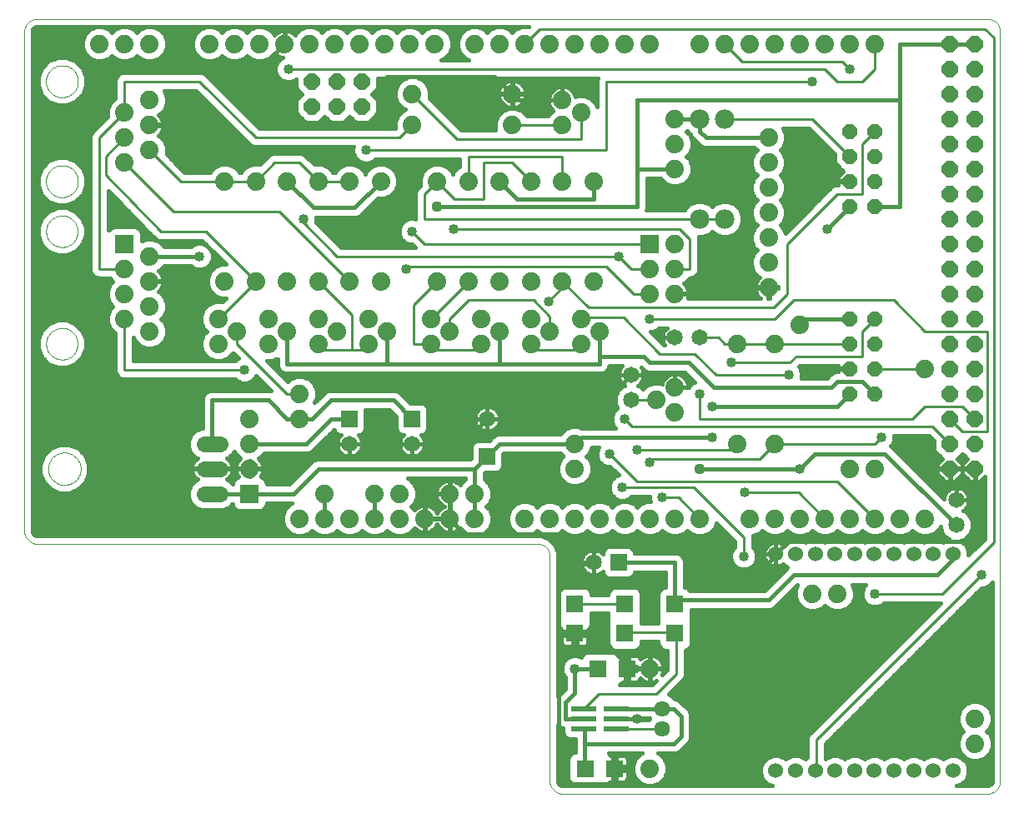
<source format=gtl>
G75*
G70*
%OFA0B0*%
%FSLAX24Y24*%
%IPPOS*%
%LPD*%
%AMOC8*
5,1,8,0,0,1.08239X$1,22.5*
%
%ADD10C,0.0000*%
%ADD11C,0.0740*%
%ADD12R,0.0740X0.0740*%
%ADD13C,0.0650*%
%ADD14OC8,0.0640*%
%ADD15OC8,0.0600*%
%ADD16C,0.0640*%
%ADD17R,0.1020X0.0220*%
%ADD18R,0.0709X0.0710*%
%ADD19R,0.0710X0.0709*%
%ADD20C,0.0634*%
%ADD21C,0.0600*%
%ADD22R,0.0650X0.0650*%
%ADD23C,0.0780*%
%ADD24C,0.0100*%
%ADD25C,0.0150*%
%ADD26C,0.0436*%
%ADD27C,0.0400*%
D10*
X003392Y011175D02*
X023392Y011175D01*
X023436Y011173D01*
X023479Y011167D01*
X023521Y011158D01*
X023563Y011145D01*
X023603Y011128D01*
X023642Y011108D01*
X023679Y011085D01*
X023713Y011058D01*
X023746Y011029D01*
X023775Y010996D01*
X023802Y010962D01*
X023825Y010925D01*
X023845Y010886D01*
X023862Y010846D01*
X023875Y010804D01*
X023884Y010762D01*
X023890Y010719D01*
X023892Y010675D01*
X023892Y001675D01*
X023894Y001631D01*
X023900Y001588D01*
X023909Y001546D01*
X023922Y001504D01*
X023939Y001464D01*
X023959Y001425D01*
X023982Y001388D01*
X024009Y001354D01*
X024038Y001321D01*
X024071Y001292D01*
X024105Y001265D01*
X024142Y001242D01*
X024181Y001222D01*
X024221Y001205D01*
X024263Y001192D01*
X024305Y001183D01*
X024348Y001177D01*
X024392Y001175D01*
X041392Y001175D01*
X041436Y001177D01*
X041479Y001183D01*
X041521Y001192D01*
X041563Y001205D01*
X041603Y001222D01*
X041642Y001242D01*
X041679Y001265D01*
X041713Y001292D01*
X041746Y001321D01*
X041775Y001354D01*
X041802Y001388D01*
X041825Y001425D01*
X041845Y001464D01*
X041862Y001504D01*
X041875Y001546D01*
X041884Y001588D01*
X041890Y001631D01*
X041892Y001675D01*
X041892Y031675D01*
X041890Y031719D01*
X041884Y031762D01*
X041875Y031804D01*
X041862Y031846D01*
X041845Y031886D01*
X041825Y031925D01*
X041802Y031962D01*
X041775Y031996D01*
X041746Y032029D01*
X041713Y032058D01*
X041679Y032085D01*
X041642Y032108D01*
X041603Y032128D01*
X041563Y032145D01*
X041521Y032158D01*
X041479Y032167D01*
X041436Y032173D01*
X041392Y032175D01*
X003392Y032175D01*
X003348Y032173D01*
X003305Y032167D01*
X003263Y032158D01*
X003221Y032145D01*
X003181Y032128D01*
X003142Y032108D01*
X003105Y032085D01*
X003071Y032058D01*
X003038Y032029D01*
X003009Y031996D01*
X002982Y031962D01*
X002959Y031925D01*
X002939Y031886D01*
X002922Y031846D01*
X002909Y031804D01*
X002900Y031762D01*
X002894Y031719D01*
X002892Y031675D01*
X002892Y011675D01*
X002894Y011631D01*
X002900Y011588D01*
X002909Y011546D01*
X002922Y011504D01*
X002939Y011464D01*
X002959Y011425D01*
X002982Y011388D01*
X003009Y011354D01*
X003038Y011321D01*
X003071Y011292D01*
X003105Y011265D01*
X003142Y011242D01*
X003181Y011222D01*
X003221Y011205D01*
X003263Y011192D01*
X003305Y011183D01*
X003348Y011177D01*
X003392Y011175D01*
X003842Y014175D02*
X003844Y014225D01*
X003850Y014275D01*
X003860Y014325D01*
X003873Y014373D01*
X003890Y014421D01*
X003911Y014467D01*
X003935Y014511D01*
X003963Y014553D01*
X003994Y014593D01*
X004028Y014630D01*
X004065Y014665D01*
X004104Y014696D01*
X004145Y014725D01*
X004189Y014750D01*
X004235Y014772D01*
X004282Y014790D01*
X004330Y014804D01*
X004379Y014815D01*
X004429Y014822D01*
X004479Y014825D01*
X004530Y014824D01*
X004580Y014819D01*
X004630Y014810D01*
X004678Y014798D01*
X004726Y014781D01*
X004772Y014761D01*
X004817Y014738D01*
X004860Y014711D01*
X004900Y014681D01*
X004938Y014648D01*
X004973Y014612D01*
X005006Y014573D01*
X005035Y014532D01*
X005061Y014489D01*
X005084Y014444D01*
X005103Y014397D01*
X005118Y014349D01*
X005130Y014300D01*
X005138Y014250D01*
X005142Y014200D01*
X005142Y014150D01*
X005138Y014100D01*
X005130Y014050D01*
X005118Y014001D01*
X005103Y013953D01*
X005084Y013906D01*
X005061Y013861D01*
X005035Y013818D01*
X005006Y013777D01*
X004973Y013738D01*
X004938Y013702D01*
X004900Y013669D01*
X004860Y013639D01*
X004817Y013612D01*
X004772Y013589D01*
X004726Y013569D01*
X004678Y013552D01*
X004630Y013540D01*
X004580Y013531D01*
X004530Y013526D01*
X004479Y013525D01*
X004429Y013528D01*
X004379Y013535D01*
X004330Y013546D01*
X004282Y013560D01*
X004235Y013578D01*
X004189Y013600D01*
X004145Y013625D01*
X004104Y013654D01*
X004065Y013685D01*
X004028Y013720D01*
X003994Y013757D01*
X003963Y013797D01*
X003935Y013839D01*
X003911Y013883D01*
X003890Y013929D01*
X003873Y013977D01*
X003860Y014025D01*
X003850Y014075D01*
X003844Y014125D01*
X003842Y014175D01*
X003762Y019175D02*
X003764Y019225D01*
X003770Y019275D01*
X003780Y019324D01*
X003794Y019372D01*
X003811Y019419D01*
X003832Y019464D01*
X003857Y019508D01*
X003885Y019549D01*
X003917Y019588D01*
X003951Y019625D01*
X003988Y019659D01*
X004028Y019689D01*
X004070Y019716D01*
X004114Y019740D01*
X004160Y019761D01*
X004207Y019777D01*
X004255Y019790D01*
X004305Y019799D01*
X004354Y019804D01*
X004405Y019805D01*
X004455Y019802D01*
X004504Y019795D01*
X004553Y019784D01*
X004601Y019769D01*
X004647Y019751D01*
X004692Y019729D01*
X004735Y019703D01*
X004776Y019674D01*
X004815Y019642D01*
X004851Y019607D01*
X004883Y019569D01*
X004913Y019529D01*
X004940Y019486D01*
X004963Y019442D01*
X004982Y019396D01*
X004998Y019348D01*
X005010Y019299D01*
X005018Y019250D01*
X005022Y019200D01*
X005022Y019150D01*
X005018Y019100D01*
X005010Y019051D01*
X004998Y019002D01*
X004982Y018954D01*
X004963Y018908D01*
X004940Y018864D01*
X004913Y018821D01*
X004883Y018781D01*
X004851Y018743D01*
X004815Y018708D01*
X004776Y018676D01*
X004735Y018647D01*
X004692Y018621D01*
X004647Y018599D01*
X004601Y018581D01*
X004553Y018566D01*
X004504Y018555D01*
X004455Y018548D01*
X004405Y018545D01*
X004354Y018546D01*
X004305Y018551D01*
X004255Y018560D01*
X004207Y018573D01*
X004160Y018589D01*
X004114Y018610D01*
X004070Y018634D01*
X004028Y018661D01*
X003988Y018691D01*
X003951Y018725D01*
X003917Y018762D01*
X003885Y018801D01*
X003857Y018842D01*
X003832Y018886D01*
X003811Y018931D01*
X003794Y018978D01*
X003780Y019026D01*
X003770Y019075D01*
X003764Y019125D01*
X003762Y019175D01*
X003762Y023675D02*
X003764Y023725D01*
X003770Y023775D01*
X003780Y023824D01*
X003794Y023872D01*
X003811Y023919D01*
X003832Y023964D01*
X003857Y024008D01*
X003885Y024049D01*
X003917Y024088D01*
X003951Y024125D01*
X003988Y024159D01*
X004028Y024189D01*
X004070Y024216D01*
X004114Y024240D01*
X004160Y024261D01*
X004207Y024277D01*
X004255Y024290D01*
X004305Y024299D01*
X004354Y024304D01*
X004405Y024305D01*
X004455Y024302D01*
X004504Y024295D01*
X004553Y024284D01*
X004601Y024269D01*
X004647Y024251D01*
X004692Y024229D01*
X004735Y024203D01*
X004776Y024174D01*
X004815Y024142D01*
X004851Y024107D01*
X004883Y024069D01*
X004913Y024029D01*
X004940Y023986D01*
X004963Y023942D01*
X004982Y023896D01*
X004998Y023848D01*
X005010Y023799D01*
X005018Y023750D01*
X005022Y023700D01*
X005022Y023650D01*
X005018Y023600D01*
X005010Y023551D01*
X004998Y023502D01*
X004982Y023454D01*
X004963Y023408D01*
X004940Y023364D01*
X004913Y023321D01*
X004883Y023281D01*
X004851Y023243D01*
X004815Y023208D01*
X004776Y023176D01*
X004735Y023147D01*
X004692Y023121D01*
X004647Y023099D01*
X004601Y023081D01*
X004553Y023066D01*
X004504Y023055D01*
X004455Y023048D01*
X004405Y023045D01*
X004354Y023046D01*
X004305Y023051D01*
X004255Y023060D01*
X004207Y023073D01*
X004160Y023089D01*
X004114Y023110D01*
X004070Y023134D01*
X004028Y023161D01*
X003988Y023191D01*
X003951Y023225D01*
X003917Y023262D01*
X003885Y023301D01*
X003857Y023342D01*
X003832Y023386D01*
X003811Y023431D01*
X003794Y023478D01*
X003780Y023526D01*
X003770Y023575D01*
X003764Y023625D01*
X003762Y023675D01*
X003752Y025675D02*
X003754Y025725D01*
X003760Y025775D01*
X003770Y025824D01*
X003783Y025873D01*
X003801Y025920D01*
X003822Y025966D01*
X003846Y026009D01*
X003874Y026051D01*
X003905Y026091D01*
X003939Y026128D01*
X003976Y026162D01*
X004016Y026193D01*
X004058Y026221D01*
X004101Y026245D01*
X004147Y026266D01*
X004194Y026284D01*
X004243Y026297D01*
X004292Y026307D01*
X004342Y026313D01*
X004392Y026315D01*
X004442Y026313D01*
X004492Y026307D01*
X004541Y026297D01*
X004590Y026284D01*
X004637Y026266D01*
X004683Y026245D01*
X004726Y026221D01*
X004768Y026193D01*
X004808Y026162D01*
X004845Y026128D01*
X004879Y026091D01*
X004910Y026051D01*
X004938Y026009D01*
X004962Y025966D01*
X004983Y025920D01*
X005001Y025873D01*
X005014Y025824D01*
X005024Y025775D01*
X005030Y025725D01*
X005032Y025675D01*
X005030Y025625D01*
X005024Y025575D01*
X005014Y025526D01*
X005001Y025477D01*
X004983Y025430D01*
X004962Y025384D01*
X004938Y025341D01*
X004910Y025299D01*
X004879Y025259D01*
X004845Y025222D01*
X004808Y025188D01*
X004768Y025157D01*
X004726Y025129D01*
X004683Y025105D01*
X004637Y025084D01*
X004590Y025066D01*
X004541Y025053D01*
X004492Y025043D01*
X004442Y025037D01*
X004392Y025035D01*
X004342Y025037D01*
X004292Y025043D01*
X004243Y025053D01*
X004194Y025066D01*
X004147Y025084D01*
X004101Y025105D01*
X004058Y025129D01*
X004016Y025157D01*
X003976Y025188D01*
X003939Y025222D01*
X003905Y025259D01*
X003874Y025299D01*
X003846Y025341D01*
X003822Y025384D01*
X003801Y025430D01*
X003783Y025477D01*
X003770Y025526D01*
X003760Y025575D01*
X003754Y025625D01*
X003752Y025675D01*
X003752Y029675D02*
X003754Y029725D01*
X003760Y029775D01*
X003770Y029824D01*
X003783Y029873D01*
X003801Y029920D01*
X003822Y029966D01*
X003846Y030009D01*
X003874Y030051D01*
X003905Y030091D01*
X003939Y030128D01*
X003976Y030162D01*
X004016Y030193D01*
X004058Y030221D01*
X004101Y030245D01*
X004147Y030266D01*
X004194Y030284D01*
X004243Y030297D01*
X004292Y030307D01*
X004342Y030313D01*
X004392Y030315D01*
X004442Y030313D01*
X004492Y030307D01*
X004541Y030297D01*
X004590Y030284D01*
X004637Y030266D01*
X004683Y030245D01*
X004726Y030221D01*
X004768Y030193D01*
X004808Y030162D01*
X004845Y030128D01*
X004879Y030091D01*
X004910Y030051D01*
X004938Y030009D01*
X004962Y029966D01*
X004983Y029920D01*
X005001Y029873D01*
X005014Y029824D01*
X005024Y029775D01*
X005030Y029725D01*
X005032Y029675D01*
X005030Y029625D01*
X005024Y029575D01*
X005014Y029526D01*
X005001Y029477D01*
X004983Y029430D01*
X004962Y029384D01*
X004938Y029341D01*
X004910Y029299D01*
X004879Y029259D01*
X004845Y029222D01*
X004808Y029188D01*
X004768Y029157D01*
X004726Y029129D01*
X004683Y029105D01*
X004637Y029084D01*
X004590Y029066D01*
X004541Y029053D01*
X004492Y029043D01*
X004442Y029037D01*
X004392Y029035D01*
X004342Y029037D01*
X004292Y029043D01*
X004243Y029053D01*
X004194Y029066D01*
X004147Y029084D01*
X004101Y029105D01*
X004058Y029129D01*
X004016Y029157D01*
X003976Y029188D01*
X003939Y029222D01*
X003905Y029259D01*
X003874Y029299D01*
X003846Y029341D01*
X003822Y029384D01*
X003801Y029430D01*
X003783Y029477D01*
X003770Y029526D01*
X003760Y029575D01*
X003754Y029625D01*
X003752Y029675D01*
D11*
X005892Y031175D03*
X006892Y031175D03*
X007892Y031175D03*
X010292Y031175D03*
X011292Y031175D03*
X012292Y031175D03*
X013292Y031175D03*
X014292Y031175D03*
X015292Y031175D03*
X016292Y031175D03*
X017292Y031175D03*
X018292Y031175D03*
X019292Y031175D03*
X020892Y031175D03*
X021892Y031175D03*
X022892Y031175D03*
X023892Y031175D03*
X024892Y031175D03*
X025892Y031175D03*
X026892Y031175D03*
X027892Y031175D03*
X029892Y031175D03*
X030892Y031175D03*
X031892Y031175D03*
X032892Y031175D03*
X033892Y031175D03*
X034892Y031175D03*
X035892Y031175D03*
X036892Y031175D03*
X032642Y027425D03*
X032642Y026425D03*
X032642Y025425D03*
X032642Y024425D03*
X032642Y023425D03*
X032642Y022425D03*
X032642Y021425D03*
X033892Y019925D03*
X032892Y019175D03*
X031392Y019175D03*
X028892Y017425D03*
X028142Y016925D03*
X028892Y016425D03*
X031392Y015175D03*
X032892Y015175D03*
X035892Y014175D03*
X036892Y014175D03*
X036892Y012175D03*
X037892Y012175D03*
X038892Y012175D03*
X035892Y012175D03*
X034892Y012175D03*
X033892Y012175D03*
X032892Y012175D03*
X031892Y012175D03*
X029892Y012175D03*
X028892Y012175D03*
X027892Y012175D03*
X026892Y012175D03*
X025892Y012175D03*
X024892Y012175D03*
X023892Y012175D03*
X022892Y012175D03*
X020892Y012175D03*
X019892Y012175D03*
X019892Y013175D03*
X020892Y013175D03*
X018892Y012175D03*
X017892Y012175D03*
X016892Y012175D03*
X016892Y013175D03*
X017892Y013175D03*
X015892Y012175D03*
X014892Y012175D03*
X013892Y012175D03*
X014892Y013175D03*
X011892Y014175D03*
X011892Y015175D03*
X011892Y016175D03*
X013892Y016175D03*
X013892Y017175D03*
X014642Y019175D03*
X015392Y019675D03*
X014642Y020175D03*
X013392Y019675D03*
X012642Y020175D03*
X012642Y019175D03*
X011392Y019675D03*
X010642Y020175D03*
X010642Y019175D03*
X007892Y019675D03*
X007892Y020675D03*
X007892Y021675D03*
X007892Y022675D03*
X006892Y022175D03*
X006892Y021175D03*
X006892Y020175D03*
X010892Y021675D03*
X012142Y021675D03*
X013392Y021675D03*
X014642Y021675D03*
X015892Y021675D03*
X017142Y021675D03*
X016642Y020175D03*
X017392Y019675D03*
X016642Y019175D03*
X019142Y019175D03*
X019892Y019675D03*
X019142Y020175D03*
X019392Y021675D03*
X020642Y021675D03*
X021892Y021675D03*
X023142Y021675D03*
X024392Y021675D03*
X025642Y021675D03*
X025142Y020175D03*
X025892Y019675D03*
X025142Y019175D03*
X023892Y019675D03*
X023142Y020175D03*
X023142Y019175D03*
X021892Y019675D03*
X021142Y020175D03*
X021142Y019175D03*
X024892Y015175D03*
X024892Y014175D03*
X027892Y021175D03*
X028892Y021175D03*
X028892Y022175D03*
X027892Y022175D03*
X028892Y023175D03*
X025642Y025675D03*
X024392Y025675D03*
X023142Y025675D03*
X021892Y025675D03*
X020642Y025675D03*
X019392Y025675D03*
X017142Y025675D03*
X015892Y025675D03*
X014642Y025675D03*
X013392Y025675D03*
X012142Y025675D03*
X010892Y025675D03*
X007892Y026925D03*
X007892Y027925D03*
X007892Y028925D03*
X006892Y028425D03*
X006892Y027425D03*
X006892Y026425D03*
X018392Y027925D03*
X018392Y029175D03*
X022392Y029175D03*
X022392Y027925D03*
X024392Y027925D03*
X025142Y028425D03*
X024392Y028925D03*
X028892Y028175D03*
X028892Y027175D03*
X028892Y026175D03*
X038892Y018175D03*
X035392Y009175D03*
X034392Y009175D03*
X027892Y006175D03*
X027892Y002175D03*
X040892Y003175D03*
X040892Y004175D03*
D12*
X027892Y023175D03*
X011892Y013175D03*
X006892Y023175D03*
D13*
X015892Y015175D03*
X018392Y015175D03*
X021392Y016175D03*
X027142Y016925D03*
X027142Y017925D03*
X028892Y019425D03*
X029892Y019425D03*
X040142Y012925D03*
X040142Y011925D03*
X025642Y010425D03*
D14*
X039892Y014175D03*
X040892Y014175D03*
X040892Y015175D03*
X039892Y015175D03*
X039892Y016175D03*
X040892Y016175D03*
X040892Y017175D03*
X039892Y017175D03*
X039892Y018175D03*
X040892Y018175D03*
X040892Y019175D03*
X039892Y019175D03*
X039892Y020175D03*
X040892Y020175D03*
X040892Y021175D03*
X039892Y021175D03*
X039892Y022175D03*
X040892Y022175D03*
X040892Y023175D03*
X039892Y023175D03*
X039892Y024175D03*
X040892Y024175D03*
X040892Y025175D03*
X039892Y025175D03*
X039892Y026175D03*
X040892Y026175D03*
X040892Y027175D03*
X039892Y027175D03*
X039892Y028175D03*
X040892Y028175D03*
X040892Y029175D03*
X039892Y029175D03*
X039892Y030175D03*
X040892Y030175D03*
X040892Y031175D03*
X039892Y031175D03*
X016392Y029675D03*
X015392Y029675D03*
X014392Y029675D03*
X014392Y028675D03*
X015392Y028675D03*
X016392Y028675D03*
D15*
X035892Y027675D03*
X036892Y027675D03*
X036892Y026675D03*
X035892Y026675D03*
X035892Y025675D03*
X036892Y025675D03*
X036892Y024675D03*
X035892Y024675D03*
X035892Y020175D03*
X036892Y020175D03*
X036892Y019175D03*
X035892Y019175D03*
X035892Y018175D03*
X036892Y018175D03*
X036892Y017175D03*
X035892Y017175D03*
D16*
X010712Y015175D02*
X010072Y015175D01*
X010072Y014175D02*
X010712Y014175D01*
X010712Y013175D02*
X010072Y013175D01*
D17*
X025242Y004575D03*
X025242Y004175D03*
X025242Y003775D03*
X026542Y003775D03*
X026542Y004175D03*
X026542Y004575D03*
D18*
X026982Y006175D03*
X025802Y006175D03*
X025302Y002175D03*
X026482Y002175D03*
D19*
X026892Y007585D03*
X026892Y008765D03*
X028892Y008765D03*
X028892Y007585D03*
X024892Y007585D03*
X024892Y008765D03*
D20*
X028392Y004569D03*
X028392Y003781D03*
D21*
X032929Y002094D03*
X033717Y002094D03*
X034504Y002094D03*
X035292Y002094D03*
X036079Y002094D03*
X036866Y002094D03*
X037654Y002094D03*
X038441Y002094D03*
X039229Y002094D03*
X040016Y002094D03*
X040016Y010756D03*
X039229Y010756D03*
X038441Y010756D03*
X037654Y010756D03*
X036866Y010756D03*
X036079Y010756D03*
X035292Y010756D03*
X034504Y010756D03*
X033717Y010756D03*
X032929Y010756D03*
D22*
X026642Y010425D03*
X021392Y014675D03*
X018392Y016175D03*
X015892Y016175D03*
D23*
X029892Y024175D03*
X030892Y024175D03*
X030892Y028175D03*
X029892Y028175D03*
D24*
X030892Y028175D02*
X034392Y028175D01*
X035892Y026675D01*
X036392Y027175D02*
X036392Y025175D01*
X035392Y025175D01*
X033392Y023175D01*
X033392Y021175D01*
X032842Y020625D01*
X025442Y020625D01*
X024392Y021675D01*
X024392Y021425D01*
X023842Y020875D01*
X023892Y020275D02*
X023892Y019675D01*
X023892Y020275D02*
X023242Y020925D01*
X020642Y020925D01*
X019892Y020175D01*
X019892Y019675D01*
X019392Y018925D02*
X020892Y018925D01*
X021142Y019175D01*
X019392Y018925D02*
X019142Y019175D01*
X018442Y019175D01*
X018442Y020725D01*
X019392Y021675D01*
X018242Y022275D02*
X026142Y022275D01*
X027242Y021175D01*
X027892Y021175D01*
X027892Y022175D02*
X027142Y022175D01*
X026642Y022675D01*
X015392Y022675D01*
X014042Y024025D01*
X014042Y024175D01*
X013092Y024475D02*
X015892Y021675D01*
X014642Y021675D02*
X015992Y020325D01*
X015992Y018925D01*
X014892Y018925D01*
X014642Y019175D01*
X015992Y018925D02*
X016392Y018925D01*
X016642Y019175D01*
X019142Y020175D02*
X020642Y021675D01*
X018892Y023175D02*
X027892Y023175D01*
X029092Y023775D02*
X029492Y023375D01*
X029492Y022175D01*
X028892Y022175D01*
X029092Y023775D02*
X020042Y023775D01*
X020092Y024975D02*
X021242Y024975D01*
X021242Y026425D01*
X022392Y026425D01*
X023142Y025675D01*
X024392Y025675D02*
X024392Y026675D01*
X020642Y026675D01*
X020642Y025675D01*
X020092Y024975D02*
X019392Y025675D01*
X018892Y025175D01*
X018892Y024175D01*
X029892Y024175D01*
X030892Y024175D01*
X033642Y020925D02*
X032892Y020175D01*
X027892Y020175D01*
X026842Y020225D02*
X025192Y020225D01*
X025142Y020175D01*
X025142Y019175D02*
X024892Y018925D01*
X023392Y018925D01*
X023142Y019175D01*
X026842Y020225D02*
X028292Y018775D01*
X029692Y018775D01*
X030542Y017925D01*
X033442Y017925D01*
X033492Y018425D02*
X033742Y018675D01*
X036392Y018675D01*
X036392Y019675D01*
X036892Y020175D01*
X037642Y020925D02*
X033642Y020925D01*
X032892Y019175D02*
X031392Y019175D01*
X030892Y019175D01*
X030642Y019425D01*
X029892Y019425D01*
X031142Y018425D02*
X033492Y018425D01*
X032892Y019175D02*
X035892Y019175D01*
X036892Y018175D02*
X038892Y018175D01*
X038892Y016675D02*
X040392Y016675D01*
X040892Y016175D01*
X041392Y015675D02*
X040392Y015675D01*
X039892Y016175D01*
X039192Y015875D02*
X027192Y015875D01*
X026892Y016175D01*
X027142Y016925D02*
X028142Y016925D01*
X029892Y017175D02*
X029892Y016175D01*
X038392Y016175D01*
X038892Y016675D01*
X039192Y015875D02*
X039892Y015175D01*
X041392Y015675D02*
X041392Y019675D01*
X038892Y019675D01*
X037642Y020925D01*
X037142Y015425D02*
X036892Y015175D01*
X032892Y015175D01*
X032292Y014575D01*
X028042Y014575D01*
X027892Y014425D01*
X027392Y014925D02*
X031142Y014925D01*
X031392Y015175D01*
X029642Y013425D02*
X026792Y013425D01*
X027392Y013675D02*
X026292Y014775D01*
X027392Y013675D02*
X035392Y013675D01*
X036892Y012175D01*
X034892Y012175D02*
X033842Y013225D01*
X031692Y013225D01*
X029892Y012175D02*
X029042Y013025D01*
X028392Y013025D01*
X029642Y013425D02*
X031642Y011425D01*
X031642Y010675D01*
X028892Y007625D02*
X028892Y007585D01*
X028892Y007575D01*
X028942Y007575D01*
X028942Y005975D01*
X028142Y005175D01*
X025842Y005175D01*
X025242Y004575D01*
X026542Y003775D02*
X028392Y003775D01*
X028392Y003781D01*
X028892Y007625D02*
X026892Y007625D01*
X026892Y007585D01*
X026892Y008765D02*
X026892Y008775D01*
X024892Y008775D01*
X024892Y008765D01*
X034504Y002094D02*
X034542Y002125D01*
X034542Y003325D01*
X041142Y009925D01*
X041642Y011225D02*
X041642Y031425D01*
X041292Y031775D01*
X023492Y031775D01*
X022892Y031175D01*
X026142Y029675D02*
X026142Y026925D01*
X016542Y026925D01*
X017892Y027425D02*
X012142Y027425D01*
X009892Y029675D01*
X006892Y029675D01*
X006892Y028425D01*
X005892Y027425D01*
X005892Y022175D01*
X006892Y022175D01*
X008342Y023675D02*
X006142Y025925D01*
X006142Y026675D01*
X006892Y027425D01*
X006892Y026425D02*
X008842Y024475D01*
X013092Y024475D01*
X012142Y025675D02*
X010892Y025675D01*
X009142Y025675D01*
X007892Y026925D01*
X008342Y023675D02*
X010142Y023675D01*
X012142Y021675D01*
X010642Y020175D01*
X011392Y019675D02*
X011392Y019175D01*
X013392Y017175D01*
X013892Y017175D01*
X011692Y018125D02*
X006892Y018125D01*
X006892Y020175D01*
X012142Y025675D02*
X012892Y026425D01*
X013892Y026425D01*
X014642Y025675D01*
X015892Y025675D01*
X017892Y027425D02*
X018392Y027925D01*
X018392Y029175D02*
X020192Y027375D01*
X025142Y027375D01*
X025142Y028425D01*
X024392Y027925D02*
X022392Y027925D01*
X026142Y029675D02*
X034392Y029675D01*
X034892Y030175D02*
X035392Y029675D01*
X036392Y029675D01*
X036892Y030175D01*
X036892Y031175D01*
X035892Y030175D02*
X035592Y030475D01*
X031592Y030475D01*
X030892Y031175D01*
X034892Y030175D02*
X013442Y030175D01*
X018392Y023675D02*
X018892Y023175D01*
X018242Y022275D02*
X018142Y022175D01*
X036392Y027175D02*
X036892Y027675D01*
X041642Y011225D02*
X039592Y009175D01*
X036892Y009175D01*
D25*
X037255Y008810D02*
X039511Y008810D01*
X034335Y003634D01*
X034233Y003532D01*
X034177Y003398D01*
X034177Y002624D01*
X034156Y002616D01*
X034110Y002570D01*
X034065Y002616D01*
X033839Y002709D01*
X033594Y002709D01*
X033368Y002616D01*
X033323Y002570D01*
X033278Y002616D01*
X033052Y002709D01*
X032807Y002709D01*
X032581Y002616D01*
X032408Y002443D01*
X032314Y002217D01*
X032314Y001972D01*
X032408Y001746D01*
X032581Y001573D01*
X032781Y001490D01*
X024392Y001490D01*
X024356Y001494D01*
X024289Y001521D01*
X024238Y001572D01*
X024211Y001639D01*
X024207Y001675D01*
X024207Y003938D01*
X024301Y003844D01*
X024417Y003796D01*
X024417Y003602D01*
X024465Y003487D01*
X024554Y003398D01*
X024669Y003350D01*
X024902Y003350D01*
X024902Y002845D01*
X024885Y002845D01*
X024769Y002797D01*
X024680Y002708D01*
X024632Y002593D01*
X024632Y001757D01*
X024680Y001642D01*
X024769Y001553D01*
X024885Y001505D01*
X025719Y001505D01*
X025731Y001510D01*
X026115Y001510D01*
X026230Y001558D01*
X026318Y001645D01*
X026407Y001645D01*
X026407Y002100D01*
X026557Y002100D01*
X026557Y001645D01*
X026859Y001645D01*
X026904Y001657D01*
X026944Y001680D01*
X026976Y001713D01*
X027000Y001753D01*
X027011Y001797D01*
X027011Y002100D01*
X026557Y002100D01*
X026557Y002250D01*
X026407Y002250D01*
X026407Y002705D01*
X026318Y002705D01*
X026237Y002785D01*
X027575Y002785D01*
X027504Y002756D01*
X027311Y002563D01*
X027207Y002311D01*
X027207Y002039D01*
X027311Y001787D01*
X027504Y001594D01*
X027756Y001490D01*
X028028Y001490D01*
X028280Y001594D01*
X028473Y001787D01*
X028577Y002039D01*
X028577Y002311D01*
X028473Y002563D01*
X028280Y002756D01*
X028209Y002785D01*
X028920Y002785D01*
X029063Y002844D01*
X029363Y003144D01*
X029473Y003254D01*
X029532Y003397D01*
X029532Y004353D01*
X029473Y004496D01*
X029063Y004906D01*
X028920Y004965D01*
X028889Y004965D01*
X028750Y005104D01*
X028635Y005152D01*
X029149Y005666D01*
X029251Y005768D01*
X029307Y005902D01*
X029307Y006916D01*
X029310Y006916D01*
X029425Y006963D01*
X029514Y007052D01*
X029562Y007168D01*
X029562Y008002D01*
X029557Y008014D01*
X029557Y008336D01*
X029562Y008348D01*
X029562Y008535D01*
X032720Y008535D01*
X032863Y008594D01*
X033797Y009528D01*
X033707Y009311D01*
X033707Y009039D01*
X033811Y008787D01*
X034004Y008594D01*
X034256Y008490D01*
X034528Y008490D01*
X034780Y008594D01*
X034892Y008706D01*
X035004Y008594D01*
X035256Y008490D01*
X035528Y008490D01*
X035780Y008594D01*
X035973Y008787D01*
X036077Y009039D01*
X036077Y009311D01*
X035984Y009535D01*
X036524Y009535D01*
X036455Y009467D01*
X036377Y009277D01*
X036377Y009073D01*
X036455Y008883D01*
X036600Y008738D01*
X036790Y008660D01*
X036994Y008660D01*
X037184Y008738D01*
X037255Y008810D01*
X037194Y008749D02*
X039449Y008749D01*
X039301Y008600D02*
X035786Y008600D01*
X035934Y008749D02*
X036590Y008749D01*
X036450Y008897D02*
X036018Y008897D01*
X036077Y009046D02*
X036388Y009046D01*
X036377Y009194D02*
X036077Y009194D01*
X036064Y009343D02*
X036404Y009343D01*
X036480Y009491D02*
X036003Y009491D01*
X034998Y008600D02*
X034786Y008600D01*
X033998Y008600D02*
X032869Y008600D01*
X033017Y008749D02*
X033850Y008749D01*
X033766Y008897D02*
X033166Y008897D01*
X033314Y009046D02*
X033707Y009046D01*
X033707Y009194D02*
X033463Y009194D01*
X033611Y009343D02*
X033720Y009343D01*
X033760Y009491D02*
X033781Y009491D01*
X033642Y009925D02*
X039392Y009925D01*
X039992Y010525D01*
X039992Y010725D01*
X040016Y010756D01*
X039622Y011232D02*
X039577Y011277D01*
X039351Y011371D01*
X039106Y011371D01*
X038880Y011277D01*
X038835Y011232D01*
X038790Y011277D01*
X038564Y011371D01*
X038319Y011371D01*
X038093Y011277D01*
X038047Y011232D01*
X038002Y011277D01*
X037776Y011371D01*
X037531Y011371D01*
X037305Y011277D01*
X037260Y011232D01*
X037215Y011277D01*
X036989Y011371D01*
X036744Y011371D01*
X036518Y011277D01*
X036473Y011232D01*
X036427Y011277D01*
X036201Y011371D01*
X035957Y011371D01*
X035731Y011277D01*
X035685Y011232D01*
X035640Y011277D01*
X035414Y011371D01*
X035169Y011371D01*
X034943Y011277D01*
X034898Y011232D01*
X034853Y011277D01*
X034627Y011371D01*
X034382Y011371D01*
X034156Y011277D01*
X034110Y011232D01*
X034065Y011277D01*
X033839Y011371D01*
X033594Y011371D01*
X033368Y011277D01*
X033222Y011130D01*
X033178Y011162D01*
X033112Y011196D01*
X033041Y011219D01*
X032967Y011231D01*
X032933Y011231D01*
X032933Y010759D01*
X033102Y010759D01*
X033102Y010752D01*
X032933Y010752D01*
X032933Y010281D01*
X032967Y010281D01*
X033041Y010292D01*
X033112Y010316D01*
X033178Y010349D01*
X033222Y010381D01*
X033368Y010234D01*
X033391Y010225D01*
X033311Y010146D01*
X032480Y009315D01*
X029497Y009315D01*
X029425Y009387D01*
X029310Y009434D01*
X029282Y009434D01*
X029282Y010503D01*
X029223Y010646D01*
X029113Y010756D01*
X028970Y010815D01*
X027281Y010815D01*
X027234Y010928D01*
X027145Y011017D01*
X027030Y011065D01*
X026254Y011065D01*
X026139Y011017D01*
X026050Y010928D01*
X026002Y010813D01*
X026002Y010772D01*
X025968Y010806D01*
X025904Y010853D01*
X025834Y010888D01*
X025759Y010913D01*
X025681Y010925D01*
X025642Y010925D01*
X025642Y010425D01*
X025642Y009925D01*
X025681Y009925D01*
X025759Y009937D01*
X025834Y009962D01*
X025904Y009997D01*
X025968Y010044D01*
X026002Y010078D01*
X026002Y010037D01*
X026050Y009922D01*
X026139Y009833D01*
X026254Y009785D01*
X027030Y009785D01*
X027145Y009833D01*
X027234Y009922D01*
X027281Y010035D01*
X028502Y010035D01*
X028502Y009434D01*
X028474Y009434D01*
X028359Y009387D01*
X028270Y009298D01*
X028222Y009182D01*
X028222Y008348D01*
X028227Y008336D01*
X028227Y008014D01*
X028222Y008002D01*
X028222Y007990D01*
X027562Y007990D01*
X027562Y008002D01*
X027557Y008014D01*
X027557Y008336D01*
X027562Y008348D01*
X027562Y009182D01*
X027514Y009298D01*
X027425Y009387D01*
X027310Y009434D01*
X026474Y009434D01*
X026359Y009387D01*
X026270Y009298D01*
X026222Y009182D01*
X026222Y009140D01*
X025562Y009140D01*
X025562Y009182D01*
X025514Y009298D01*
X025425Y009387D01*
X025310Y009434D01*
X024474Y009434D01*
X024359Y009387D01*
X024270Y009298D01*
X024222Y009182D01*
X024222Y008348D01*
X024227Y008336D01*
X024227Y007952D01*
X024275Y007837D01*
X024362Y007749D01*
X024362Y007660D01*
X024817Y007660D01*
X024817Y007510D01*
X024362Y007510D01*
X024362Y007207D01*
X024374Y007163D01*
X024397Y007123D01*
X024430Y007090D01*
X024469Y007067D01*
X024514Y007056D01*
X024817Y007056D01*
X024817Y007510D01*
X024967Y007510D01*
X024967Y007660D01*
X025422Y007660D01*
X025422Y007749D01*
X025509Y007837D01*
X025557Y007952D01*
X025557Y008336D01*
X025562Y008348D01*
X025562Y008410D01*
X026222Y008410D01*
X026222Y008348D01*
X026227Y008336D01*
X026227Y008014D01*
X026222Y008002D01*
X026222Y007168D01*
X026270Y007052D01*
X026359Y006963D01*
X026474Y006916D01*
X027310Y006916D01*
X027425Y006963D01*
X027514Y007052D01*
X027562Y007168D01*
X027562Y007260D01*
X028222Y007260D01*
X028222Y007168D01*
X028270Y007052D01*
X028359Y006963D01*
X028474Y006916D01*
X028577Y006916D01*
X028577Y006126D01*
X028377Y005926D01*
X028397Y005966D01*
X028424Y006047D01*
X028437Y006132D01*
X028437Y006150D01*
X027917Y006150D01*
X027917Y006200D01*
X028437Y006200D01*
X028437Y006218D01*
X028424Y006303D01*
X028397Y006384D01*
X028358Y006461D01*
X028308Y006530D01*
X028247Y006591D01*
X028178Y006641D01*
X028101Y006680D01*
X028020Y006707D01*
X027935Y006720D01*
X027917Y006720D01*
X027917Y006200D01*
X027867Y006200D01*
X027867Y006720D01*
X027849Y006720D01*
X027764Y006707D01*
X027683Y006680D01*
X027606Y006641D01*
X027537Y006591D01*
X027509Y006563D01*
X027500Y006597D01*
X027476Y006637D01*
X027444Y006670D01*
X027404Y006693D01*
X027359Y006705D01*
X027057Y006705D01*
X027057Y006250D01*
X026907Y006250D01*
X026907Y006705D01*
X026818Y006705D01*
X026730Y006792D01*
X026615Y006840D01*
X026231Y006840D01*
X026219Y006845D01*
X025385Y006845D01*
X025269Y006797D01*
X025180Y006708D01*
X025147Y006627D01*
X024994Y006690D01*
X024790Y006690D01*
X024600Y006612D01*
X024455Y006467D01*
X024377Y006277D01*
X024377Y006073D01*
X024455Y005883D01*
X024502Y005837D01*
X024502Y005357D01*
X024301Y005156D01*
X024207Y005062D01*
X024207Y010837D01*
X024083Y011137D01*
X023854Y011366D01*
X023854Y011366D01*
X023554Y011490D01*
X003392Y011490D01*
X003356Y011494D01*
X003289Y011521D01*
X003238Y011572D01*
X003211Y011639D01*
X003207Y011675D01*
X003207Y031675D01*
X003211Y031711D01*
X003238Y031778D01*
X003289Y031829D01*
X003356Y031856D01*
X003392Y031860D01*
X023061Y031860D01*
X023051Y031850D01*
X023028Y031860D01*
X022756Y031860D01*
X022504Y031756D01*
X022392Y031644D01*
X022280Y031756D01*
X022028Y031860D01*
X021756Y031860D01*
X021504Y031756D01*
X021392Y031644D01*
X021280Y031756D01*
X021028Y031860D01*
X020756Y031860D01*
X020504Y031756D01*
X020311Y031563D01*
X020207Y031311D01*
X020207Y031039D01*
X020311Y030787D01*
X020504Y030594D01*
X020635Y030540D01*
X019549Y030540D01*
X019680Y030594D01*
X019873Y030787D01*
X019977Y031039D01*
X019977Y031311D01*
X019873Y031563D01*
X019680Y031756D01*
X019428Y031860D01*
X019156Y031860D01*
X018904Y031756D01*
X018792Y031644D01*
X018680Y031756D01*
X018428Y031860D01*
X018156Y031860D01*
X017904Y031756D01*
X017792Y031644D01*
X017680Y031756D01*
X017428Y031860D01*
X017156Y031860D01*
X016904Y031756D01*
X016792Y031644D01*
X016680Y031756D01*
X016428Y031860D01*
X016156Y031860D01*
X015904Y031756D01*
X015792Y031644D01*
X015680Y031756D01*
X015428Y031860D01*
X015156Y031860D01*
X014904Y031756D01*
X014792Y031644D01*
X014680Y031756D01*
X014428Y031860D01*
X014156Y031860D01*
X013904Y031756D01*
X013711Y031563D01*
X013701Y031537D01*
X013647Y031591D01*
X013578Y031641D01*
X013501Y031680D01*
X013420Y031707D01*
X013335Y031720D01*
X013317Y031720D01*
X013317Y031200D01*
X013267Y031200D01*
X013267Y031720D01*
X013249Y031720D01*
X013164Y031707D01*
X013083Y031680D01*
X013006Y031641D01*
X012937Y031591D01*
X012883Y031537D01*
X012873Y031563D01*
X012680Y031756D01*
X012428Y031860D01*
X012156Y031860D01*
X011904Y031756D01*
X011792Y031644D01*
X011680Y031756D01*
X011428Y031860D01*
X011156Y031860D01*
X010904Y031756D01*
X010792Y031644D01*
X010680Y031756D01*
X010428Y031860D01*
X010156Y031860D01*
X009904Y031756D01*
X009711Y031563D01*
X009607Y031311D01*
X009607Y031039D01*
X009711Y030787D01*
X009904Y030594D01*
X010156Y030490D01*
X010428Y030490D01*
X010680Y030594D01*
X010792Y030706D01*
X010904Y030594D01*
X011156Y030490D01*
X011428Y030490D01*
X011680Y030594D01*
X011792Y030706D01*
X011904Y030594D01*
X012156Y030490D01*
X012428Y030490D01*
X012680Y030594D01*
X012873Y030787D01*
X012883Y030813D01*
X012937Y030759D01*
X013006Y030709D01*
X013083Y030670D01*
X013164Y030643D01*
X013210Y030636D01*
X013150Y030612D01*
X013005Y030467D01*
X012927Y030277D01*
X012927Y030073D01*
X013005Y029883D01*
X013150Y029738D01*
X013340Y029660D01*
X013544Y029660D01*
X013734Y029738D01*
X013757Y029762D01*
X013757Y029412D01*
X013994Y029175D01*
X013757Y028938D01*
X013757Y028412D01*
X014129Y028040D01*
X014655Y028040D01*
X014892Y028277D01*
X015129Y028040D01*
X015655Y028040D01*
X015892Y028277D01*
X016129Y028040D01*
X016655Y028040D01*
X017027Y028412D01*
X017027Y028938D01*
X016790Y029175D01*
X017027Y029412D01*
X017027Y029810D01*
X018135Y029810D01*
X018004Y029756D01*
X017811Y029563D01*
X017707Y029311D01*
X017707Y029039D01*
X017811Y028787D01*
X018004Y028594D01*
X018111Y028550D01*
X018004Y028506D01*
X017811Y028313D01*
X017707Y028061D01*
X017707Y027790D01*
X012293Y027790D01*
X010099Y029984D01*
X012964Y029984D01*
X012927Y030133D02*
X005236Y030133D01*
X005202Y030216D02*
X004933Y030485D01*
X004582Y030630D01*
X004202Y030630D01*
X003851Y030485D01*
X003582Y030216D01*
X003437Y029865D01*
X003437Y029485D01*
X003582Y029134D01*
X003851Y028865D01*
X004202Y028720D01*
X004582Y028720D01*
X004933Y028865D01*
X005202Y029134D01*
X005347Y029485D01*
X005347Y029865D01*
X005202Y030216D01*
X005136Y030281D02*
X012928Y030281D01*
X012990Y030430D02*
X004988Y030430D01*
X004707Y030578D02*
X005543Y030578D01*
X005504Y030594D02*
X005756Y030490D01*
X006028Y030490D01*
X006280Y030594D01*
X006392Y030706D01*
X006504Y030594D01*
X006756Y030490D01*
X007028Y030490D01*
X007280Y030594D01*
X007392Y030706D01*
X007504Y030594D01*
X007756Y030490D01*
X008028Y030490D01*
X008280Y030594D01*
X008473Y030787D01*
X008577Y031039D01*
X008577Y031311D01*
X008473Y031563D01*
X008280Y031756D01*
X008028Y031860D01*
X007756Y031860D01*
X007504Y031756D01*
X007392Y031644D01*
X007280Y031756D01*
X007028Y031860D01*
X006756Y031860D01*
X006504Y031756D01*
X006392Y031644D01*
X006280Y031756D01*
X006028Y031860D01*
X005756Y031860D01*
X005504Y031756D01*
X005311Y031563D01*
X005207Y031311D01*
X005207Y031039D01*
X005311Y030787D01*
X005504Y030594D01*
X005372Y030727D02*
X003207Y030727D01*
X003207Y030875D02*
X005275Y030875D01*
X005213Y031024D02*
X003207Y031024D01*
X003207Y031172D02*
X005207Y031172D01*
X005211Y031321D02*
X003207Y031321D01*
X003207Y031469D02*
X005272Y031469D01*
X005366Y031618D02*
X003207Y031618D01*
X003233Y031766D02*
X005529Y031766D01*
X006255Y031766D02*
X006529Y031766D01*
X007255Y031766D02*
X007529Y031766D01*
X008255Y031766D02*
X009929Y031766D01*
X009766Y031618D02*
X008418Y031618D01*
X008512Y031469D02*
X009672Y031469D01*
X009611Y031321D02*
X008573Y031321D01*
X008577Y031172D02*
X009607Y031172D01*
X009613Y031024D02*
X008571Y031024D01*
X008509Y030875D02*
X009675Y030875D01*
X009772Y030727D02*
X008412Y030727D01*
X008241Y030578D02*
X009943Y030578D01*
X009965Y030040D02*
X006819Y030040D01*
X006685Y029984D01*
X005298Y029984D01*
X005347Y029836D02*
X006563Y029836D01*
X006583Y029882D02*
X006527Y029748D01*
X006527Y029015D01*
X006504Y029006D01*
X006311Y028813D01*
X006207Y028561D01*
X006207Y028289D01*
X006217Y028266D01*
X005583Y027632D01*
X005527Y027498D01*
X005527Y022102D01*
X005583Y021968D01*
X005685Y021866D01*
X005819Y021810D01*
X006302Y021810D01*
X006311Y021787D01*
X006423Y021675D01*
X006311Y021563D01*
X006207Y021311D01*
X006207Y021039D01*
X006311Y020787D01*
X006423Y020675D01*
X006311Y020563D01*
X006207Y020311D01*
X006207Y020039D01*
X006311Y019787D01*
X006504Y019594D01*
X006527Y019585D01*
X006527Y018052D01*
X006583Y017918D01*
X006685Y017816D01*
X006819Y017760D01*
X011329Y017760D01*
X011400Y017688D01*
X011590Y017610D01*
X011794Y017610D01*
X011984Y017688D01*
X012129Y017833D01*
X012155Y017896D01*
X012747Y017304D01*
X012720Y017315D01*
X010314Y017315D01*
X010171Y017256D01*
X010061Y017146D01*
X010002Y017003D01*
X010002Y015810D01*
X009946Y015810D01*
X009712Y015713D01*
X009534Y015535D01*
X009437Y015301D01*
X009437Y015049D01*
X009534Y014815D01*
X009712Y014637D01*
X009810Y014596D01*
X009749Y014553D01*
X009694Y014497D01*
X009649Y014434D01*
X009613Y014365D01*
X009589Y014291D01*
X009577Y014214D01*
X009577Y014200D01*
X010367Y014200D01*
X010367Y014150D01*
X009577Y014150D01*
X009577Y014136D01*
X009589Y014059D01*
X009613Y013985D01*
X009649Y013916D01*
X009694Y013853D01*
X009749Y013797D01*
X009810Y013754D01*
X009712Y013713D01*
X009534Y013535D01*
X009437Y013301D01*
X009437Y013049D01*
X009534Y012815D01*
X009712Y012637D01*
X009946Y012540D01*
X010838Y012540D01*
X011072Y012637D01*
X011207Y012772D01*
X011207Y012742D01*
X011255Y012627D01*
X011344Y012538D01*
X011459Y012490D01*
X012325Y012490D01*
X012440Y012538D01*
X012529Y012627D01*
X012577Y012742D01*
X012577Y012785D01*
X013575Y012785D01*
X013504Y012756D01*
X013311Y012563D01*
X013207Y012311D01*
X013207Y012039D01*
X013311Y011787D01*
X013504Y011594D01*
X013756Y011490D01*
X014028Y011490D01*
X014280Y011594D01*
X014392Y011706D01*
X014504Y011594D01*
X014756Y011490D01*
X015028Y011490D01*
X015280Y011594D01*
X015392Y011706D01*
X015504Y011594D01*
X015756Y011490D01*
X016028Y011490D01*
X016280Y011594D01*
X016392Y011706D01*
X016504Y011594D01*
X016756Y011490D01*
X017028Y011490D01*
X017280Y011594D01*
X017392Y011706D01*
X017504Y011594D01*
X017756Y011490D01*
X018028Y011490D01*
X018280Y011594D01*
X018473Y011787D01*
X018483Y011813D01*
X018537Y011759D01*
X018606Y011709D01*
X018683Y011670D01*
X018764Y011643D01*
X018849Y011630D01*
X018867Y011630D01*
X018867Y012150D01*
X018917Y012150D01*
X018917Y012200D01*
X019867Y012200D01*
X019867Y012720D01*
X019867Y013150D01*
X019917Y013150D01*
X019917Y012200D01*
X019867Y012200D01*
X019867Y012150D01*
X019917Y012150D01*
X019917Y011630D01*
X019935Y011630D01*
X020020Y011643D01*
X020101Y011670D01*
X020178Y011709D01*
X020247Y011759D01*
X020301Y011813D01*
X020311Y011787D01*
X020504Y011594D01*
X020756Y011490D01*
X021028Y011490D01*
X021280Y011594D01*
X021473Y011787D01*
X021577Y012039D01*
X021577Y012311D01*
X021473Y012563D01*
X021361Y012675D01*
X021473Y012787D01*
X021577Y013039D01*
X021577Y013311D01*
X021473Y013563D01*
X021282Y013754D01*
X021282Y014013D01*
X021304Y014035D01*
X021780Y014035D01*
X021895Y014083D01*
X021984Y014172D01*
X022032Y014287D01*
X022032Y014763D01*
X022054Y014785D01*
X024313Y014785D01*
X024423Y014675D01*
X024311Y014563D01*
X024207Y014311D01*
X024207Y014039D01*
X024311Y013787D01*
X024504Y013594D01*
X024756Y013490D01*
X025028Y013490D01*
X025280Y013594D01*
X025473Y013787D01*
X025577Y014039D01*
X025577Y014311D01*
X025473Y014563D01*
X025361Y014675D01*
X025473Y014787D01*
X025575Y015035D01*
X025842Y015035D01*
X025777Y014877D01*
X025777Y014673D01*
X025855Y014483D01*
X026000Y014338D01*
X026190Y014260D01*
X026291Y014260D01*
X026634Y013917D01*
X026500Y013862D01*
X026355Y013717D01*
X026277Y013527D01*
X026277Y013323D01*
X026355Y013133D01*
X026500Y012988D01*
X026690Y012910D01*
X026894Y012910D01*
X027084Y012988D01*
X027155Y013060D01*
X027877Y013060D01*
X027877Y012923D01*
X027903Y012860D01*
X027756Y012860D01*
X027504Y012756D01*
X027392Y012644D01*
X027280Y012756D01*
X027028Y012860D01*
X026756Y012860D01*
X026504Y012756D01*
X026392Y012644D01*
X026280Y012756D01*
X026028Y012860D01*
X025756Y012860D01*
X025504Y012756D01*
X025392Y012644D01*
X025280Y012756D01*
X025028Y012860D01*
X024756Y012860D01*
X024504Y012756D01*
X024392Y012644D01*
X024280Y012756D01*
X024028Y012860D01*
X023756Y012860D01*
X023504Y012756D01*
X023392Y012644D01*
X023280Y012756D01*
X023028Y012860D01*
X022756Y012860D01*
X022504Y012756D01*
X022311Y012563D01*
X022207Y012311D01*
X022207Y012039D01*
X022311Y011787D01*
X022504Y011594D01*
X022756Y011490D01*
X023028Y011490D01*
X023280Y011594D01*
X023392Y011706D01*
X023504Y011594D01*
X023756Y011490D01*
X024028Y011490D01*
X024280Y011594D01*
X024392Y011706D01*
X024504Y011594D01*
X024756Y011490D01*
X025028Y011490D01*
X025280Y011594D01*
X025392Y011706D01*
X025504Y011594D01*
X025756Y011490D01*
X026028Y011490D01*
X026280Y011594D01*
X026392Y011706D01*
X026504Y011594D01*
X026756Y011490D01*
X027028Y011490D01*
X027280Y011594D01*
X027392Y011706D01*
X027504Y011594D01*
X027756Y011490D01*
X028028Y011490D01*
X028280Y011594D01*
X028392Y011706D01*
X028504Y011594D01*
X028756Y011490D01*
X029028Y011490D01*
X029280Y011594D01*
X029392Y011706D01*
X029504Y011594D01*
X029756Y011490D01*
X030028Y011490D01*
X030280Y011594D01*
X030473Y011787D01*
X030558Y011993D01*
X031277Y011274D01*
X031277Y011038D01*
X031205Y010967D01*
X031127Y010777D01*
X031127Y010573D01*
X031205Y010383D01*
X031350Y010238D01*
X031540Y010160D01*
X031744Y010160D01*
X031934Y010238D01*
X032079Y010383D01*
X032157Y010573D01*
X032157Y010777D01*
X032079Y010967D01*
X032007Y011038D01*
X032007Y011490D01*
X032028Y011490D01*
X032280Y011594D01*
X032392Y011706D01*
X032504Y011594D01*
X032756Y011490D01*
X033028Y011490D01*
X033280Y011594D01*
X033392Y011706D01*
X033504Y011594D01*
X033756Y011490D01*
X034028Y011490D01*
X034280Y011594D01*
X034392Y011706D01*
X034504Y011594D01*
X034756Y011490D01*
X035028Y011490D01*
X035280Y011594D01*
X035392Y011706D01*
X035504Y011594D01*
X035756Y011490D01*
X036028Y011490D01*
X036280Y011594D01*
X036392Y011706D01*
X036504Y011594D01*
X036756Y011490D01*
X037028Y011490D01*
X037280Y011594D01*
X037392Y011706D01*
X037504Y011594D01*
X037756Y011490D01*
X038028Y011490D01*
X038280Y011594D01*
X038392Y011706D01*
X038504Y011594D01*
X038756Y011490D01*
X039028Y011490D01*
X039280Y011594D01*
X039473Y011787D01*
X039502Y011858D01*
X039502Y011798D01*
X039599Y011562D01*
X039779Y011382D01*
X039851Y011353D01*
X039668Y011277D01*
X039622Y011232D01*
X039581Y011273D02*
X039664Y011273D01*
X039740Y011422D02*
X032007Y011422D01*
X032007Y011273D02*
X033364Y011273D01*
X033442Y011275D02*
X032992Y010825D01*
X032929Y010756D01*
X032892Y010675D01*
X032392Y010175D01*
X030392Y010175D01*
X029392Y011175D01*
X025642Y011175D01*
X025642Y010425D01*
X025642Y010425D01*
X025642Y010425D01*
X025592Y010375D01*
X024242Y010375D01*
X024242Y011575D01*
X020492Y011575D01*
X019892Y012175D01*
X019892Y013175D01*
X019917Y013200D02*
X019867Y013200D01*
X019867Y013720D01*
X019849Y013720D01*
X019764Y013707D01*
X019683Y013680D01*
X019606Y013641D01*
X019537Y013591D01*
X019476Y013530D01*
X019426Y013461D01*
X019387Y013384D01*
X019360Y013303D01*
X019347Y013218D01*
X019347Y013200D01*
X019867Y013200D01*
X019867Y013150D01*
X019347Y013150D01*
X019347Y013132D01*
X019360Y013047D01*
X019387Y012966D01*
X019426Y012889D01*
X019476Y012820D01*
X019537Y012759D01*
X019606Y012709D01*
X019673Y012675D01*
X019606Y012641D01*
X019537Y012591D01*
X019476Y012530D01*
X019426Y012461D01*
X019358Y012461D01*
X019308Y012530D01*
X019247Y012591D01*
X019178Y012641D01*
X019101Y012680D01*
X019020Y012707D01*
X018935Y012720D01*
X018917Y012720D01*
X018917Y012200D01*
X018867Y012200D01*
X018867Y012720D01*
X018849Y012720D01*
X018764Y012707D01*
X018683Y012680D01*
X018606Y012641D01*
X018537Y012591D01*
X018483Y012537D01*
X018473Y012563D01*
X018361Y012675D01*
X018473Y012787D01*
X018577Y013039D01*
X018577Y013311D01*
X018473Y013563D01*
X018280Y013756D01*
X018209Y013785D01*
X020502Y013785D01*
X020502Y013754D01*
X020311Y013563D01*
X020301Y013537D01*
X020247Y013591D01*
X020178Y013641D01*
X020101Y013680D01*
X020020Y013707D01*
X019935Y013720D01*
X019917Y013720D01*
X019917Y013200D01*
X019917Y013204D02*
X019867Y013204D01*
X019867Y013352D02*
X019917Y013352D01*
X019917Y013501D02*
X019867Y013501D01*
X019867Y013649D02*
X019917Y013649D01*
X020162Y013649D02*
X020397Y013649D01*
X020892Y013175D02*
X020892Y012175D01*
X021515Y012461D02*
X022269Y012461D01*
X022207Y012313D02*
X021576Y012313D01*
X021577Y012164D02*
X022207Y012164D01*
X022217Y012016D02*
X021567Y012016D01*
X021506Y011867D02*
X022278Y011867D01*
X022380Y011719D02*
X021404Y011719D01*
X021221Y011570D02*
X022563Y011570D01*
X023221Y011570D02*
X023563Y011570D01*
X023719Y011422D02*
X031129Y011422D01*
X030981Y011570D02*
X030221Y011570D01*
X030404Y011719D02*
X030832Y011719D01*
X030684Y011867D02*
X030506Y011867D01*
X031277Y011273D02*
X023947Y011273D01*
X024083Y011137D02*
X024083Y011137D01*
X024088Y011125D02*
X031277Y011125D01*
X031215Y010976D02*
X027186Y010976D01*
X027276Y010828D02*
X031148Y010828D01*
X031127Y010679D02*
X029189Y010679D01*
X029270Y010531D02*
X031144Y010531D01*
X031207Y010382D02*
X029282Y010382D01*
X029282Y010234D02*
X031362Y010234D01*
X031922Y010234D02*
X033370Y010234D01*
X033311Y010146D02*
X033311Y010146D01*
X033250Y010085D02*
X029282Y010085D01*
X029282Y009937D02*
X033102Y009937D01*
X032953Y009788D02*
X029282Y009788D01*
X029282Y009640D02*
X032805Y009640D01*
X032656Y009491D02*
X029282Y009491D01*
X029469Y009343D02*
X032508Y009343D01*
X032642Y008925D02*
X033642Y009925D01*
X032926Y010281D02*
X032926Y010752D01*
X032933Y010752D01*
X032933Y010759D01*
X032926Y010759D01*
X032926Y010752D01*
X032454Y010752D01*
X032454Y010718D01*
X032466Y010644D01*
X032489Y010573D01*
X032523Y010507D01*
X032567Y010446D01*
X032620Y010393D01*
X032680Y010349D01*
X032747Y010316D01*
X032818Y010292D01*
X032892Y010281D01*
X032926Y010281D01*
X032926Y010382D02*
X032933Y010382D01*
X032926Y010531D02*
X032933Y010531D01*
X032926Y010679D02*
X032933Y010679D01*
X032929Y010756D02*
X032942Y010775D01*
X032926Y010759D02*
X032926Y011231D01*
X032892Y011231D01*
X032818Y011219D01*
X032747Y011196D01*
X032680Y011162D01*
X032620Y011118D01*
X032567Y011065D01*
X032523Y011005D01*
X032489Y010938D01*
X032466Y010867D01*
X032454Y010793D01*
X032454Y010759D01*
X032926Y010759D01*
X032926Y010828D02*
X032933Y010828D01*
X032926Y010976D02*
X032933Y010976D01*
X032926Y011125D02*
X032933Y011125D01*
X032629Y011125D02*
X032007Y011125D01*
X032069Y010976D02*
X032509Y010976D01*
X032460Y010828D02*
X032136Y010828D01*
X032157Y010679D02*
X032461Y010679D01*
X032511Y010531D02*
X032140Y010531D01*
X032077Y010382D02*
X032636Y010382D01*
X033442Y011275D02*
X040892Y011275D01*
X040892Y012925D01*
X040892Y014175D01*
X039892Y014175D01*
X039917Y014200D02*
X040387Y014200D01*
X040387Y014380D01*
X040191Y014576D01*
X040392Y014777D01*
X040593Y014576D01*
X040397Y014380D01*
X040397Y014200D01*
X040867Y014200D01*
X040867Y014150D01*
X040917Y014150D01*
X040917Y013680D01*
X041097Y013680D01*
X041277Y013860D01*
X041277Y011376D01*
X040631Y010730D01*
X040631Y010878D01*
X040537Y011104D01*
X040364Y011277D01*
X040307Y011301D01*
X040504Y011382D01*
X040685Y011562D01*
X040782Y011798D01*
X040782Y012052D01*
X040685Y012288D01*
X040504Y012468D01*
X040414Y012505D01*
X040468Y012544D01*
X040523Y012599D01*
X040570Y012663D01*
X040605Y012733D01*
X040630Y012808D01*
X040642Y012886D01*
X040642Y012925D01*
X040642Y012964D01*
X040630Y013042D01*
X040605Y013117D01*
X040570Y013187D01*
X040523Y013251D01*
X040468Y013306D01*
X040404Y013353D01*
X040334Y013388D01*
X040259Y013413D01*
X040181Y013425D01*
X040142Y013425D01*
X040142Y012925D01*
X040642Y012925D01*
X040142Y012925D01*
X040142Y012925D01*
X040142Y012925D01*
X040892Y012925D01*
X040642Y012907D02*
X041277Y012907D01*
X041277Y013055D02*
X040625Y013055D01*
X040558Y013204D02*
X041277Y013204D01*
X041277Y013352D02*
X040405Y013352D01*
X040142Y013352D02*
X040142Y013352D01*
X040142Y013425D02*
X040103Y013425D01*
X040025Y013413D01*
X039950Y013388D01*
X039880Y013353D01*
X039816Y013306D01*
X039761Y013251D01*
X039714Y013187D01*
X039679Y013117D01*
X039654Y013042D01*
X039644Y012975D01*
X037532Y015087D01*
X037579Y015133D01*
X037657Y015323D01*
X037657Y015510D01*
X039041Y015510D01*
X039257Y015294D01*
X039257Y014912D01*
X039593Y014576D01*
X039397Y014380D01*
X039397Y014200D01*
X039867Y014200D01*
X039867Y014150D01*
X039917Y014150D01*
X039917Y014200D01*
X039917Y014150D02*
X040387Y014150D01*
X040387Y013970D01*
X040097Y013680D01*
X039917Y013680D01*
X039917Y014150D01*
X039867Y014150D02*
X039867Y013680D01*
X039687Y013680D01*
X039397Y013970D01*
X039397Y014150D01*
X039867Y014150D01*
X039867Y014095D02*
X039917Y014095D01*
X039917Y013946D02*
X039867Y013946D01*
X039867Y013798D02*
X039917Y013798D01*
X040215Y013798D02*
X040569Y013798D01*
X040687Y013680D02*
X040867Y013680D01*
X040867Y014150D01*
X040397Y014150D01*
X040397Y013970D01*
X040687Y013680D01*
X040867Y013798D02*
X040917Y013798D01*
X040917Y013946D02*
X040867Y013946D01*
X040867Y014095D02*
X040917Y014095D01*
X041215Y013798D02*
X041277Y013798D01*
X041277Y013649D02*
X038969Y013649D01*
X038821Y013798D02*
X039569Y013798D01*
X039421Y013946D02*
X038672Y013946D01*
X038524Y014095D02*
X039397Y014095D01*
X039397Y014243D02*
X038375Y014243D01*
X038227Y014392D02*
X039408Y014392D01*
X039557Y014540D02*
X038078Y014540D01*
X037930Y014689D02*
X039480Y014689D01*
X039332Y014837D02*
X037781Y014837D01*
X037633Y014986D02*
X039257Y014986D01*
X039257Y015134D02*
X037579Y015134D01*
X037640Y015283D02*
X039257Y015283D01*
X039120Y015431D02*
X037657Y015431D01*
X037292Y014775D02*
X040142Y011925D01*
X040736Y012164D02*
X041277Y012164D01*
X041277Y012016D02*
X040782Y012016D01*
X040782Y011867D02*
X041277Y011867D01*
X041277Y011719D02*
X040749Y011719D01*
X040688Y011570D02*
X041277Y011570D01*
X041277Y011422D02*
X040544Y011422D01*
X040368Y011273D02*
X041174Y011273D01*
X041025Y011125D02*
X040517Y011125D01*
X040590Y010976D02*
X040877Y010976D01*
X040728Y010828D02*
X040631Y010828D01*
X039596Y011570D02*
X039221Y011570D01*
X039404Y011719D02*
X039535Y011719D01*
X038876Y011273D02*
X038794Y011273D01*
X038563Y011570D02*
X038221Y011570D01*
X038089Y011273D02*
X038006Y011273D01*
X037563Y011570D02*
X037221Y011570D01*
X037219Y011273D02*
X037301Y011273D01*
X036514Y011273D02*
X036431Y011273D01*
X036563Y011570D02*
X036221Y011570D01*
X035727Y011273D02*
X035644Y011273D01*
X035563Y011570D02*
X035221Y011570D01*
X034939Y011273D02*
X034857Y011273D01*
X034563Y011570D02*
X034221Y011570D01*
X034152Y011273D02*
X034069Y011273D01*
X033563Y011570D02*
X033221Y011570D01*
X032563Y011570D02*
X032221Y011570D01*
X029563Y011570D02*
X029221Y011570D01*
X028563Y011570D02*
X028221Y011570D01*
X027563Y011570D02*
X027221Y011570D01*
X026563Y011570D02*
X026221Y011570D01*
X025563Y011570D02*
X025221Y011570D01*
X024563Y011570D02*
X024221Y011570D01*
X024149Y010976D02*
X026098Y010976D01*
X026008Y010828D02*
X025939Y010828D01*
X025642Y010828D02*
X025642Y010828D01*
X025642Y010925D02*
X025603Y010925D01*
X025525Y010913D01*
X025450Y010888D01*
X025380Y010853D01*
X025316Y010806D01*
X025261Y010751D01*
X025214Y010687D01*
X025179Y010617D01*
X025154Y010542D01*
X025142Y010464D01*
X025142Y010425D01*
X025142Y010386D01*
X025154Y010308D01*
X025179Y010233D01*
X025214Y010163D01*
X025261Y010099D01*
X025316Y010044D01*
X025380Y009997D01*
X025450Y009962D01*
X025525Y009937D01*
X025603Y009925D01*
X025642Y009925D01*
X025642Y010425D01*
X025642Y010925D01*
X025642Y010679D02*
X025642Y010679D01*
X025642Y010531D02*
X025642Y010531D01*
X025642Y010425D02*
X025642Y010425D01*
X025142Y010425D01*
X025642Y010425D01*
X025642Y010382D02*
X025642Y010382D01*
X025642Y010234D02*
X025642Y010234D01*
X025642Y010085D02*
X025642Y010085D01*
X025642Y009937D02*
X025642Y009937D01*
X025754Y009937D02*
X026044Y009937D01*
X026247Y009788D02*
X024207Y009788D01*
X024207Y009640D02*
X028502Y009640D01*
X028502Y009788D02*
X027037Y009788D01*
X027240Y009937D02*
X028502Y009937D01*
X028502Y009491D02*
X024207Y009491D01*
X024207Y009343D02*
X024315Y009343D01*
X024227Y009194D02*
X024207Y009194D01*
X024207Y009046D02*
X024222Y009046D01*
X024207Y008897D02*
X024222Y008897D01*
X024207Y008749D02*
X024222Y008749D01*
X024207Y008600D02*
X024222Y008600D01*
X024207Y008452D02*
X024222Y008452D01*
X024207Y008303D02*
X024227Y008303D01*
X024227Y008155D02*
X024207Y008155D01*
X024207Y008006D02*
X024227Y008006D01*
X024207Y007858D02*
X024266Y007858D01*
X024207Y007709D02*
X024362Y007709D01*
X024207Y007561D02*
X024817Y007561D01*
X024842Y007525D02*
X024892Y007585D01*
X024892Y007175D01*
X025142Y006925D01*
X026392Y006925D01*
X026892Y006425D01*
X026982Y006175D01*
X027892Y006175D01*
X027917Y006150D02*
X027917Y005630D01*
X027867Y005630D01*
X027867Y006150D01*
X027917Y006150D01*
X027867Y006150D02*
X027347Y006150D01*
X027347Y006132D01*
X027352Y006100D01*
X027057Y006100D01*
X027057Y005645D01*
X027359Y005645D01*
X027404Y005657D01*
X027444Y005680D01*
X027476Y005713D01*
X027500Y005753D01*
X027509Y005787D01*
X027537Y005759D01*
X027606Y005709D01*
X027683Y005670D01*
X027764Y005643D01*
X027849Y005630D01*
X026802Y005630D01*
X026818Y005645D02*
X026907Y005645D01*
X026907Y006100D01*
X027057Y006100D01*
X027057Y006250D01*
X027352Y006250D01*
X027347Y006218D01*
X027347Y006200D01*
X027867Y006200D01*
X027867Y006150D01*
X027867Y006224D02*
X027917Y006224D01*
X027917Y006076D02*
X027867Y006076D01*
X027867Y005927D02*
X027917Y005927D01*
X027917Y005779D02*
X027867Y005779D01*
X027867Y005630D02*
X027849Y005630D01*
X027917Y005630D02*
X027935Y005630D01*
X028081Y005630D01*
X028101Y005670D02*
X028141Y005690D01*
X027991Y005540D01*
X026687Y005540D01*
X026730Y005558D01*
X026818Y005645D01*
X026907Y005779D02*
X027057Y005779D01*
X027057Y005927D02*
X026907Y005927D01*
X026907Y006076D02*
X027057Y006076D01*
X027057Y006224D02*
X027348Y006224D01*
X027057Y006373D02*
X026907Y006373D01*
X026907Y006521D02*
X027057Y006521D01*
X027057Y006670D02*
X026907Y006670D01*
X026668Y006818D02*
X028577Y006818D01*
X028577Y006670D02*
X028122Y006670D01*
X027917Y006670D02*
X027867Y006670D01*
X027867Y006521D02*
X027917Y006521D01*
X027917Y006373D02*
X027867Y006373D01*
X027662Y006670D02*
X027444Y006670D01*
X027428Y006967D02*
X028356Y006967D01*
X028244Y007115D02*
X027540Y007115D01*
X028314Y006521D02*
X028577Y006521D01*
X028577Y006373D02*
X028401Y006373D01*
X028436Y006224D02*
X028577Y006224D01*
X028526Y006076D02*
X028428Y006076D01*
X028377Y005927D02*
X028378Y005927D01*
X028101Y005670D02*
X028020Y005643D01*
X027935Y005630D01*
X027518Y005779D02*
X027506Y005779D01*
X028668Y005185D02*
X035885Y005185D01*
X036034Y005333D02*
X028816Y005333D01*
X028965Y005482D02*
X036182Y005482D01*
X036331Y005630D02*
X029113Y005630D01*
X029256Y005779D02*
X036479Y005779D01*
X036628Y005927D02*
X029307Y005927D01*
X029307Y006076D02*
X036776Y006076D01*
X036925Y006224D02*
X029307Y006224D01*
X029307Y006373D02*
X037073Y006373D01*
X037222Y006521D02*
X029307Y006521D01*
X029307Y006670D02*
X037370Y006670D01*
X037519Y006818D02*
X029307Y006818D01*
X029428Y006967D02*
X037667Y006967D01*
X037816Y007115D02*
X029540Y007115D01*
X029562Y007264D02*
X037964Y007264D01*
X038113Y007412D02*
X029562Y007412D01*
X029562Y007561D02*
X038261Y007561D01*
X038410Y007709D02*
X029562Y007709D01*
X029562Y007858D02*
X038558Y007858D01*
X038707Y008006D02*
X029560Y008006D01*
X029557Y008155D02*
X038855Y008155D01*
X039004Y008303D02*
X029557Y008303D01*
X029562Y008452D02*
X039152Y008452D01*
X039739Y008006D02*
X041577Y008006D01*
X041577Y007858D02*
X039591Y007858D01*
X039442Y007709D02*
X041577Y007709D01*
X041577Y007561D02*
X039294Y007561D01*
X039145Y007412D02*
X041577Y007412D01*
X041577Y007264D02*
X038997Y007264D01*
X038848Y007115D02*
X041577Y007115D01*
X041577Y006967D02*
X038700Y006967D01*
X038551Y006818D02*
X041577Y006818D01*
X041577Y006670D02*
X038403Y006670D01*
X038254Y006521D02*
X041577Y006521D01*
X041577Y006373D02*
X038106Y006373D01*
X037957Y006224D02*
X041577Y006224D01*
X041577Y006076D02*
X037809Y006076D01*
X037660Y005927D02*
X041577Y005927D01*
X041577Y005779D02*
X037512Y005779D01*
X037363Y005630D02*
X041577Y005630D01*
X041577Y005482D02*
X037215Y005482D01*
X037066Y005333D02*
X041577Y005333D01*
X041577Y005185D02*
X036918Y005185D01*
X036769Y005036D02*
X041577Y005036D01*
X041577Y004888D02*
X036621Y004888D01*
X036472Y004739D02*
X040487Y004739D01*
X040504Y004756D02*
X040311Y004563D01*
X040207Y004311D01*
X040207Y004039D01*
X040311Y003787D01*
X040423Y003675D01*
X040311Y003563D01*
X040207Y003311D01*
X040207Y003039D01*
X040311Y002787D01*
X040504Y002594D01*
X040756Y002490D01*
X041028Y002490D01*
X041280Y002594D01*
X041473Y002787D01*
X041577Y003039D01*
X041577Y003311D01*
X041473Y003563D01*
X041361Y003675D01*
X041473Y003787D01*
X041577Y004039D01*
X041577Y004311D01*
X041473Y004563D01*
X041280Y004756D01*
X041028Y004860D01*
X040756Y004860D01*
X040504Y004756D01*
X040339Y004591D02*
X036324Y004591D01*
X036175Y004442D02*
X040261Y004442D01*
X040207Y004294D02*
X036027Y004294D01*
X035878Y004145D02*
X040207Y004145D01*
X040224Y003997D02*
X035730Y003997D01*
X035581Y003848D02*
X040286Y003848D01*
X040399Y003700D02*
X035433Y003700D01*
X035284Y003551D02*
X040306Y003551D01*
X040245Y003403D02*
X035136Y003403D01*
X034987Y003254D02*
X040207Y003254D01*
X040207Y003106D02*
X034907Y003106D01*
X034907Y003174D02*
X041143Y009410D01*
X041244Y009410D01*
X041434Y009488D01*
X041577Y009632D01*
X041577Y001738D01*
X041577Y001675D01*
X041573Y001639D01*
X041546Y001572D01*
X041495Y001521D01*
X041428Y001494D01*
X041392Y001490D01*
X040164Y001490D01*
X040364Y001573D01*
X040537Y001746D01*
X040631Y001972D01*
X040631Y002217D01*
X040537Y002443D01*
X040364Y002616D01*
X040138Y002709D01*
X039894Y002709D01*
X039668Y002616D01*
X039622Y002570D01*
X039577Y002616D01*
X039351Y002709D01*
X039106Y002709D01*
X038880Y002616D01*
X038835Y002570D01*
X038790Y002616D01*
X038564Y002709D01*
X038319Y002709D01*
X038093Y002616D01*
X038047Y002570D01*
X038002Y002616D01*
X037776Y002709D01*
X037531Y002709D01*
X037305Y002616D01*
X037260Y002570D01*
X037215Y002616D01*
X036989Y002709D01*
X036744Y002709D01*
X036518Y002616D01*
X036473Y002570D01*
X036427Y002616D01*
X036201Y002709D01*
X035957Y002709D01*
X035731Y002616D01*
X035685Y002570D01*
X035640Y002616D01*
X035414Y002709D01*
X035169Y002709D01*
X034943Y002616D01*
X034907Y002579D01*
X034907Y003174D01*
X034907Y002957D02*
X040241Y002957D01*
X040302Y002809D02*
X034907Y002809D01*
X034907Y002660D02*
X035050Y002660D01*
X035533Y002660D02*
X035838Y002660D01*
X036320Y002660D02*
X036625Y002660D01*
X037108Y002660D02*
X037412Y002660D01*
X037895Y002660D02*
X038200Y002660D01*
X038683Y002660D02*
X038987Y002660D01*
X039470Y002660D02*
X039775Y002660D01*
X040257Y002660D02*
X040438Y002660D01*
X040469Y002512D02*
X040704Y002512D01*
X040570Y002363D02*
X041577Y002363D01*
X041577Y002215D02*
X040631Y002215D01*
X040631Y002066D02*
X041577Y002066D01*
X041577Y001918D02*
X040608Y001918D01*
X040547Y001769D02*
X041577Y001769D01*
X041566Y001621D02*
X040412Y001621D01*
X041080Y002512D02*
X041577Y002512D01*
X041577Y002660D02*
X041346Y002660D01*
X041482Y002809D02*
X041577Y002809D01*
X041577Y002957D02*
X041543Y002957D01*
X041577Y003106D02*
X041577Y003106D01*
X041577Y003254D02*
X041577Y003254D01*
X041577Y003403D02*
X041539Y003403D01*
X041577Y003551D02*
X041478Y003551D01*
X041385Y003700D02*
X041577Y003700D01*
X041577Y003848D02*
X041498Y003848D01*
X041559Y003997D02*
X041577Y003997D01*
X041577Y004145D02*
X041577Y004145D01*
X041577Y004294D02*
X041577Y004294D01*
X041577Y004442D02*
X041523Y004442D01*
X041577Y004591D02*
X041445Y004591D01*
X041577Y004739D02*
X041297Y004739D01*
X037392Y007675D02*
X035392Y007675D01*
X033392Y007675D01*
X030392Y007675D01*
X030392Y007425D01*
X028892Y008765D02*
X028892Y008925D01*
X032642Y008925D01*
X028892Y008925D02*
X028892Y010425D01*
X026642Y010425D01*
X025530Y009937D02*
X024207Y009937D01*
X024207Y010085D02*
X025275Y010085D01*
X025178Y010234D02*
X024207Y010234D01*
X024242Y010375D02*
X024242Y007525D01*
X024842Y007525D01*
X024817Y007412D02*
X024967Y007412D01*
X024967Y007510D02*
X024967Y007056D01*
X025270Y007056D01*
X025314Y007067D01*
X025354Y007090D01*
X025387Y007123D01*
X025410Y007163D01*
X025422Y007207D01*
X025422Y007510D01*
X024967Y007510D01*
X024967Y007561D02*
X026222Y007561D01*
X026222Y007709D02*
X025422Y007709D01*
X025518Y007858D02*
X026222Y007858D01*
X026224Y008006D02*
X025557Y008006D01*
X025557Y008155D02*
X026227Y008155D01*
X026227Y008303D02*
X025557Y008303D01*
X025422Y007412D02*
X026222Y007412D01*
X026222Y007264D02*
X025422Y007264D01*
X025379Y007115D02*
X026244Y007115D01*
X026356Y006967D02*
X024207Y006967D01*
X024207Y007115D02*
X024405Y007115D01*
X024362Y007264D02*
X024207Y007264D01*
X024207Y007412D02*
X024362Y007412D01*
X024242Y007525D02*
X024242Y002075D01*
X024742Y001575D01*
X026442Y001575D01*
X026442Y002175D01*
X026482Y002175D01*
X026557Y002215D02*
X027207Y002215D01*
X027207Y002066D02*
X027011Y002066D01*
X027011Y001918D02*
X027257Y001918D01*
X027329Y001769D02*
X027004Y001769D01*
X026557Y001769D02*
X026407Y001769D01*
X026407Y001918D02*
X026557Y001918D01*
X026557Y002066D02*
X026407Y002066D01*
X026557Y002250D02*
X027011Y002250D01*
X027011Y002553D01*
X027000Y002597D01*
X026976Y002637D01*
X026944Y002670D01*
X026904Y002693D01*
X026859Y002705D01*
X026557Y002705D01*
X026557Y002250D01*
X026557Y002363D02*
X026407Y002363D01*
X026407Y002512D02*
X026557Y002512D01*
X026557Y002660D02*
X026407Y002660D01*
X026954Y002660D02*
X027408Y002660D01*
X027290Y002512D02*
X027011Y002512D01*
X027011Y002363D02*
X027228Y002363D01*
X028376Y002660D02*
X032688Y002660D01*
X032477Y002512D02*
X028494Y002512D01*
X028556Y002363D02*
X032375Y002363D01*
X032314Y002215D02*
X028577Y002215D01*
X028577Y002066D02*
X032314Y002066D01*
X032337Y001918D02*
X028527Y001918D01*
X028455Y001769D02*
X032398Y001769D01*
X032533Y001621D02*
X028306Y001621D01*
X027478Y001621D02*
X026293Y001621D01*
X025302Y002175D02*
X025292Y002175D01*
X025292Y003175D01*
X028842Y003175D01*
X029142Y003475D01*
X029142Y004275D01*
X028842Y004575D01*
X028442Y004575D01*
X028392Y004569D01*
X028392Y004575D01*
X026542Y004575D01*
X026542Y004175D02*
X027392Y004175D01*
X027242Y004140D02*
X027230Y004152D01*
X027227Y004153D01*
X027227Y004175D01*
X027227Y004185D01*
X027882Y004185D01*
X027892Y004175D01*
X027857Y004140D01*
X027242Y004140D01*
X027237Y004145D02*
X027862Y004145D01*
X027227Y004175D02*
X027175Y004175D01*
X027175Y004175D01*
X027227Y004175D01*
X027175Y004175D02*
X027175Y004175D01*
X028818Y005036D02*
X035737Y005036D01*
X035588Y004888D02*
X029081Y004888D01*
X029230Y004739D02*
X035440Y004739D01*
X035291Y004591D02*
X029378Y004591D01*
X029495Y004442D02*
X035143Y004442D01*
X034994Y004294D02*
X029532Y004294D01*
X029532Y004145D02*
X034846Y004145D01*
X034697Y003997D02*
X029532Y003997D01*
X029532Y003848D02*
X034549Y003848D01*
X034400Y003700D02*
X029532Y003700D01*
X029532Y003551D02*
X034252Y003551D01*
X034179Y003403D02*
X029532Y003403D01*
X029473Y003254D02*
X034177Y003254D01*
X034177Y003106D02*
X029324Y003106D01*
X029176Y002957D02*
X034177Y002957D01*
X034177Y002809D02*
X028976Y002809D01*
X031392Y004675D02*
X032892Y003175D01*
X033392Y003175D01*
X033392Y005175D01*
X033475Y002660D02*
X033171Y002660D01*
X033958Y002660D02*
X034177Y002660D01*
X039888Y008155D02*
X041577Y008155D01*
X041577Y008303D02*
X040036Y008303D01*
X040185Y008452D02*
X041577Y008452D01*
X041577Y008600D02*
X040333Y008600D01*
X040482Y008749D02*
X041577Y008749D01*
X041577Y008897D02*
X040630Y008897D01*
X040779Y009046D02*
X041577Y009046D01*
X041577Y009194D02*
X040927Y009194D01*
X041076Y009343D02*
X041577Y009343D01*
X041577Y009491D02*
X041436Y009491D01*
X041277Y012313D02*
X040660Y012313D01*
X040511Y012461D02*
X041277Y012461D01*
X041277Y012610D02*
X040531Y012610D01*
X040613Y012758D02*
X041277Y012758D01*
X041277Y013501D02*
X039118Y013501D01*
X039266Y013352D02*
X039879Y013352D01*
X039726Y013204D02*
X039415Y013204D01*
X039563Y013055D02*
X039658Y013055D01*
X040142Y013055D02*
X040142Y013055D01*
X040142Y012925D02*
X040142Y013425D01*
X040142Y013204D02*
X040142Y013204D01*
X040363Y013946D02*
X040421Y013946D01*
X040397Y014095D02*
X040387Y014095D01*
X040387Y014243D02*
X040397Y014243D01*
X040408Y014392D02*
X040375Y014392D01*
X040227Y014540D02*
X040557Y014540D01*
X040480Y014689D02*
X040304Y014689D01*
X037292Y014775D02*
X034492Y014775D01*
X033892Y014175D01*
X029892Y014175D01*
X030392Y015425D02*
X025142Y015425D01*
X024892Y015175D01*
X021892Y015175D01*
X021392Y014675D01*
X020892Y014175D01*
X014642Y014175D01*
X013642Y013175D01*
X011892Y013175D01*
X010392Y013175D01*
X011072Y013713D02*
X011207Y013578D01*
X011207Y013608D01*
X011255Y013723D01*
X011344Y013812D01*
X011450Y013856D01*
X011426Y013889D01*
X011387Y013966D01*
X011360Y014047D01*
X011347Y014132D01*
X011347Y014150D01*
X011867Y014150D01*
X011867Y013860D01*
X011917Y013860D01*
X011917Y014150D01*
X011917Y014200D01*
X012437Y014200D01*
X012437Y014218D01*
X012424Y014303D01*
X012397Y014384D01*
X012358Y014461D01*
X012308Y014530D01*
X012254Y014584D01*
X012280Y014594D01*
X012471Y014785D01*
X014220Y014785D01*
X014363Y014844D01*
X014473Y014954D01*
X015268Y015749D01*
X015300Y015672D01*
X015389Y015583D01*
X015504Y015535D01*
X015545Y015535D01*
X015511Y015501D01*
X015464Y015437D01*
X015429Y015367D01*
X015404Y015292D01*
X015392Y015214D01*
X015392Y015175D01*
X015892Y015175D01*
X016392Y015175D01*
X016392Y015214D01*
X016380Y015292D01*
X016355Y015367D01*
X016320Y015437D01*
X016273Y015501D01*
X016239Y015535D01*
X016280Y015535D01*
X016395Y015583D01*
X016484Y015672D01*
X016532Y015787D01*
X016532Y016535D01*
X017480Y016535D01*
X017752Y016263D01*
X017752Y015787D01*
X017800Y015672D01*
X017889Y015583D01*
X018004Y015535D01*
X018045Y015535D01*
X018011Y015501D01*
X017964Y015437D01*
X017929Y015367D01*
X017904Y015292D01*
X017892Y015214D01*
X017892Y015175D01*
X018392Y015175D01*
X018892Y015175D01*
X018892Y015214D01*
X018880Y015292D01*
X018855Y015367D01*
X018820Y015437D01*
X018773Y015501D01*
X018739Y015535D01*
X018780Y015535D01*
X018895Y015583D01*
X018984Y015672D01*
X019032Y015787D01*
X019032Y016563D01*
X018984Y016678D01*
X018895Y016767D01*
X018780Y016815D01*
X018304Y016815D01*
X017863Y017256D01*
X017720Y017315D01*
X015064Y017315D01*
X014921Y017256D01*
X014811Y017146D01*
X014487Y016822D01*
X014577Y017039D01*
X014577Y017311D01*
X014473Y017563D01*
X014280Y017756D01*
X014028Y017860D01*
X013756Y017860D01*
X013504Y017756D01*
X013416Y017667D01*
X012593Y018490D01*
X012778Y018490D01*
X013002Y018583D01*
X013002Y018297D01*
X013061Y018154D01*
X013171Y018044D01*
X013314Y017985D01*
X025970Y017985D01*
X026113Y018044D01*
X026223Y018154D01*
X026277Y018285D01*
X026795Y018285D01*
X026761Y018251D01*
X026714Y018187D01*
X026679Y018117D01*
X026654Y018042D01*
X026642Y017964D01*
X026642Y017925D01*
X026642Y017886D01*
X026654Y017808D01*
X026679Y017733D01*
X026714Y017663D01*
X026761Y017599D01*
X026816Y017544D01*
X026870Y017505D01*
X026779Y017468D01*
X026599Y017288D01*
X026502Y017052D01*
X026502Y016798D01*
X026585Y016597D01*
X026455Y016467D01*
X026377Y016277D01*
X026377Y016073D01*
X026455Y015883D01*
X026524Y015815D01*
X025137Y015815D01*
X025028Y015860D01*
X024756Y015860D01*
X024504Y015756D01*
X024313Y015565D01*
X021814Y015565D01*
X021671Y015506D01*
X021561Y015396D01*
X021480Y015315D01*
X021004Y015315D01*
X020889Y015267D01*
X020800Y015178D01*
X020752Y015063D01*
X020752Y014587D01*
X020730Y014565D01*
X014564Y014565D01*
X014421Y014506D01*
X014311Y014396D01*
X013480Y013565D01*
X012577Y013565D01*
X012577Y013608D01*
X012529Y013723D01*
X012440Y013812D01*
X012334Y013856D01*
X012358Y013889D01*
X012397Y013966D01*
X012424Y014047D01*
X012437Y014132D01*
X012437Y014150D01*
X011917Y014150D01*
X011867Y014150D01*
X011867Y014200D01*
X011867Y014490D01*
X011917Y014490D01*
X011917Y014200D01*
X011867Y014200D01*
X011347Y014200D01*
X011347Y014218D01*
X011360Y014303D01*
X011387Y014384D01*
X011426Y014461D01*
X011476Y014530D01*
X011530Y014584D01*
X011504Y014594D01*
X011311Y014787D01*
X011275Y014875D01*
X011250Y014815D01*
X011072Y014637D01*
X010974Y014596D01*
X011034Y014553D01*
X011090Y014497D01*
X011135Y014434D01*
X011171Y014365D01*
X011195Y014291D01*
X011207Y014214D01*
X011207Y014200D01*
X010417Y014200D01*
X010417Y014150D01*
X011207Y014150D01*
X011207Y014136D01*
X011195Y014059D01*
X011171Y013985D01*
X011135Y013916D01*
X011090Y013853D01*
X011034Y013797D01*
X010974Y013754D01*
X011072Y013713D01*
X011136Y013649D02*
X011224Y013649D01*
X011329Y013798D02*
X011035Y013798D01*
X011151Y013946D02*
X011397Y013946D01*
X011353Y014095D02*
X011200Y014095D01*
X011202Y014243D02*
X011351Y014243D01*
X011391Y014392D02*
X011157Y014392D01*
X011047Y014540D02*
X011486Y014540D01*
X011410Y014689D02*
X011124Y014689D01*
X011259Y014837D02*
X011291Y014837D01*
X011892Y015175D02*
X014142Y015175D01*
X015142Y016175D01*
X015892Y016175D01*
X015277Y015728D02*
X015247Y015728D01*
X015098Y015580D02*
X015397Y015580D01*
X015461Y015431D02*
X014950Y015431D01*
X014801Y015283D02*
X015403Y015283D01*
X015392Y015175D02*
X015392Y015136D01*
X015404Y015058D01*
X015429Y014983D01*
X015464Y014913D01*
X015511Y014849D01*
X015566Y014794D01*
X015630Y014747D01*
X015700Y014712D01*
X015775Y014687D01*
X015853Y014675D01*
X015892Y014675D01*
X015931Y014675D01*
X016009Y014687D01*
X016084Y014712D01*
X016154Y014747D01*
X016218Y014794D01*
X016273Y014849D01*
X016320Y014913D01*
X016355Y014983D01*
X016380Y015058D01*
X016392Y015136D01*
X016392Y015175D01*
X015892Y015175D01*
X015892Y015175D01*
X015892Y014675D01*
X015892Y015175D01*
X015892Y015175D01*
X018392Y015175D01*
X018392Y015175D01*
X018892Y015175D01*
X018892Y015136D01*
X018880Y015058D01*
X018855Y014983D01*
X018820Y014913D01*
X018773Y014849D01*
X018718Y014794D01*
X018654Y014747D01*
X018584Y014712D01*
X018509Y014687D01*
X018431Y014675D01*
X018392Y014675D01*
X018392Y015175D01*
X018392Y015175D01*
X020392Y015175D01*
X021392Y016175D01*
X021892Y016175D01*
X021892Y016214D01*
X021880Y016292D01*
X021855Y016367D01*
X021820Y016437D01*
X021773Y016501D01*
X021718Y016556D01*
X021654Y016603D01*
X021584Y016638D01*
X021509Y016663D01*
X021431Y016675D01*
X021392Y016675D01*
X021392Y016175D01*
X021392Y016175D01*
X021892Y016175D01*
X021892Y016136D01*
X021880Y016058D01*
X021855Y015983D01*
X021820Y015913D01*
X021773Y015849D01*
X021718Y015794D01*
X021654Y015747D01*
X021584Y015712D01*
X021509Y015687D01*
X021431Y015675D01*
X021392Y015675D01*
X021392Y016175D01*
X021392Y016175D01*
X021392Y016175D01*
X025392Y016175D01*
X027142Y017925D01*
X027642Y017925D01*
X027642Y017964D01*
X027630Y018042D01*
X027605Y018117D01*
X027570Y018187D01*
X027546Y018219D01*
X027671Y018094D01*
X027814Y018035D01*
X029280Y018035D01*
X029673Y017642D01*
X029600Y017612D01*
X029455Y017467D01*
X029436Y017420D01*
X028897Y017420D01*
X028897Y017430D01*
X029437Y017430D01*
X029437Y017468D01*
X029424Y017553D01*
X029397Y017634D01*
X029358Y017711D01*
X029308Y017780D01*
X029247Y017841D01*
X029178Y017891D01*
X029101Y017930D01*
X029020Y017957D01*
X028935Y017970D01*
X028897Y017970D01*
X028897Y017430D01*
X028887Y017430D01*
X028887Y017970D01*
X028849Y017970D01*
X028764Y017957D01*
X028683Y017930D01*
X028606Y017891D01*
X028537Y017841D01*
X028476Y017780D01*
X028426Y017711D01*
X028387Y017634D01*
X028367Y017573D01*
X028278Y017610D01*
X028006Y017610D01*
X027754Y017506D01*
X027610Y017362D01*
X027504Y017468D01*
X027414Y017505D01*
X027468Y017544D01*
X027523Y017599D01*
X027570Y017663D01*
X027605Y017733D01*
X027630Y017808D01*
X027642Y017886D01*
X027642Y017925D01*
X027142Y017925D01*
X027142Y017925D01*
X026642Y017925D01*
X027142Y017925D01*
X027142Y017925D01*
X027421Y017510D02*
X027764Y017510D01*
X027566Y017659D02*
X028399Y017659D01*
X028503Y017807D02*
X027629Y017807D01*
X027642Y017956D02*
X028761Y017956D01*
X028887Y017956D02*
X028897Y017956D01*
X029023Y017956D02*
X029360Y017956D01*
X029281Y017807D02*
X029508Y017807D01*
X029385Y017659D02*
X029657Y017659D01*
X029499Y017510D02*
X029430Y017510D01*
X028897Y017510D02*
X028887Y017510D01*
X028887Y017659D02*
X028897Y017659D01*
X028887Y017807D02*
X028897Y017807D01*
X029442Y018425D02*
X027892Y018425D01*
X027642Y018675D01*
X025892Y018675D01*
X025892Y018375D01*
X021892Y018375D01*
X017392Y018375D01*
X017392Y019675D01*
X017392Y018375D02*
X013392Y018375D01*
X013392Y019675D01*
X013002Y018550D02*
X012922Y018550D01*
X013002Y018401D02*
X012682Y018401D01*
X012831Y018253D02*
X013021Y018253D01*
X012979Y018104D02*
X013111Y018104D01*
X013128Y017956D02*
X026642Y017956D01*
X026655Y017807D02*
X014156Y017807D01*
X014377Y017659D02*
X026718Y017659D01*
X026862Y017510D02*
X014495Y017510D01*
X014556Y017362D02*
X026673Y017362D01*
X026569Y017213D02*
X017905Y017213D01*
X018054Y017065D02*
X026507Y017065D01*
X026502Y016916D02*
X018202Y016916D01*
X018894Y016768D02*
X026514Y016768D01*
X026576Y016619D02*
X021622Y016619D01*
X021795Y016471D02*
X026459Y016471D01*
X026395Y016322D02*
X021870Y016322D01*
X021892Y016174D02*
X026377Y016174D01*
X026397Y016025D02*
X021869Y016025D01*
X021793Y015877D02*
X026462Y015877D01*
X025822Y014986D02*
X025555Y014986D01*
X025493Y014837D02*
X025777Y014837D01*
X025777Y014689D02*
X025374Y014689D01*
X025482Y014540D02*
X025832Y014540D01*
X025947Y014392D02*
X025544Y014392D01*
X025577Y014243D02*
X026308Y014243D01*
X026456Y014095D02*
X025577Y014095D01*
X025539Y013946D02*
X026605Y013946D01*
X026436Y013798D02*
X025477Y013798D01*
X025335Y013649D02*
X026327Y013649D01*
X026277Y013501D02*
X025054Y013501D01*
X024730Y013501D02*
X021499Y013501D01*
X021560Y013352D02*
X026277Y013352D01*
X026326Y013204D02*
X021577Y013204D01*
X021577Y013055D02*
X026434Y013055D01*
X026510Y012758D02*
X026274Y012758D01*
X025510Y012758D02*
X025274Y012758D01*
X024510Y012758D02*
X024274Y012758D01*
X023510Y012758D02*
X023274Y012758D01*
X022510Y012758D02*
X021444Y012758D01*
X021426Y012610D02*
X022358Y012610D01*
X021522Y012907D02*
X027884Y012907D01*
X027877Y013055D02*
X027150Y013055D01*
X027274Y012758D02*
X027510Y012758D01*
X025345Y010828D02*
X024207Y010828D01*
X024207Y010679D02*
X025210Y010679D01*
X025152Y010531D02*
X024207Y010531D01*
X024207Y010382D02*
X025143Y010382D01*
X025469Y009343D02*
X026315Y009343D01*
X026227Y009194D02*
X025557Y009194D01*
X027469Y009343D02*
X028315Y009343D01*
X028227Y009194D02*
X027557Y009194D01*
X027562Y009046D02*
X028222Y009046D01*
X028222Y008897D02*
X027562Y008897D01*
X027562Y008749D02*
X028222Y008749D01*
X028222Y008600D02*
X027562Y008600D01*
X027562Y008452D02*
X028222Y008452D01*
X028227Y008303D02*
X027557Y008303D01*
X027557Y008155D02*
X028227Y008155D01*
X028224Y008006D02*
X027560Y008006D01*
X025320Y006818D02*
X024207Y006818D01*
X024207Y006670D02*
X024740Y006670D01*
X024510Y006521D02*
X024207Y006521D01*
X024207Y006373D02*
X024416Y006373D01*
X024377Y006224D02*
X024207Y006224D01*
X024207Y006076D02*
X024377Y006076D01*
X024437Y005927D02*
X024207Y005927D01*
X024207Y005779D02*
X024502Y005779D01*
X024502Y005630D02*
X024207Y005630D01*
X024207Y005482D02*
X024502Y005482D01*
X024478Y005333D02*
X024207Y005333D01*
X024207Y005185D02*
X024330Y005185D01*
X024522Y004825D02*
X024522Y004175D01*
X025242Y004175D01*
X025242Y003775D02*
X025292Y003775D01*
X025292Y003175D01*
X024902Y003106D02*
X024207Y003106D01*
X024207Y003254D02*
X024902Y003254D01*
X024902Y002957D02*
X024207Y002957D01*
X024207Y002809D02*
X024797Y002809D01*
X024660Y002660D02*
X024207Y002660D01*
X024207Y002512D02*
X024632Y002512D01*
X024632Y002363D02*
X024207Y002363D01*
X024207Y002215D02*
X024632Y002215D01*
X024632Y002066D02*
X024207Y002066D01*
X024207Y001918D02*
X024632Y001918D01*
X024632Y001769D02*
X024207Y001769D01*
X024218Y001621D02*
X024702Y001621D01*
X024549Y003403D02*
X024207Y003403D01*
X024207Y003551D02*
X024438Y003551D01*
X024417Y003700D02*
X024207Y003700D01*
X024207Y003848D02*
X024297Y003848D01*
X024522Y004825D02*
X024892Y005195D01*
X024892Y006175D01*
X025802Y006175D01*
X025164Y006670D02*
X025044Y006670D01*
X024967Y007115D02*
X024817Y007115D01*
X024817Y007264D02*
X024967Y007264D01*
X020563Y011570D02*
X018221Y011570D01*
X018404Y011719D02*
X018593Y011719D01*
X018867Y011719D02*
X018917Y011719D01*
X018917Y011630D02*
X018935Y011630D01*
X019020Y011643D01*
X019101Y011670D01*
X019178Y011709D01*
X019247Y011759D01*
X019308Y011820D01*
X019358Y011889D01*
X019392Y011956D01*
X019426Y011889D01*
X019476Y011820D01*
X019537Y011759D01*
X019606Y011709D01*
X019683Y011670D01*
X019764Y011643D01*
X019849Y011630D01*
X019867Y011630D01*
X019867Y012150D01*
X019347Y012150D01*
X018917Y012150D01*
X018917Y011630D01*
X018917Y011867D02*
X018867Y011867D01*
X018867Y012016D02*
X018917Y012016D01*
X018917Y012164D02*
X019867Y012164D01*
X019892Y012175D02*
X018892Y012175D01*
X018867Y012313D02*
X018917Y012313D01*
X018917Y012461D02*
X018867Y012461D01*
X018867Y012610D02*
X018917Y012610D01*
X019221Y012610D02*
X019563Y012610D01*
X019539Y012758D02*
X018444Y012758D01*
X018426Y012610D02*
X018563Y012610D01*
X018522Y012907D02*
X019417Y012907D01*
X019359Y013055D02*
X018577Y013055D01*
X018577Y013204D02*
X019347Y013204D01*
X019376Y013352D02*
X018560Y013352D01*
X018499Y013501D02*
X019455Y013501D01*
X019622Y013649D02*
X018387Y013649D01*
X019358Y012461D02*
X019392Y012394D01*
X019426Y012461D01*
X019867Y012461D02*
X019917Y012461D01*
X019917Y012313D02*
X019867Y012313D01*
X019867Y012610D02*
X019917Y012610D01*
X019917Y012758D02*
X019867Y012758D01*
X019867Y012907D02*
X019917Y012907D01*
X019917Y013055D02*
X019867Y013055D01*
X020892Y013175D02*
X020892Y014175D01*
X021282Y013946D02*
X024245Y013946D01*
X024207Y014095D02*
X021907Y014095D01*
X022014Y014243D02*
X024207Y014243D01*
X024240Y014392D02*
X022032Y014392D01*
X022032Y014540D02*
X024302Y014540D01*
X024410Y014689D02*
X022032Y014689D01*
X021596Y015431D02*
X018823Y015431D01*
X018881Y015283D02*
X020926Y015283D01*
X020782Y015134D02*
X018892Y015134D01*
X018856Y014986D02*
X020752Y014986D01*
X020752Y014837D02*
X018761Y014837D01*
X018513Y014689D02*
X020752Y014689D01*
X021282Y013798D02*
X024307Y013798D01*
X024449Y013649D02*
X021387Y013649D01*
X019917Y012016D02*
X019867Y012016D01*
X019867Y011867D02*
X019917Y011867D01*
X019917Y011719D02*
X019867Y011719D01*
X019593Y011719D02*
X019191Y011719D01*
X019342Y011867D02*
X019442Y011867D01*
X020191Y011719D02*
X020380Y011719D01*
X017563Y011570D02*
X017221Y011570D01*
X016563Y011570D02*
X016221Y011570D01*
X015563Y011570D02*
X015221Y011570D01*
X014563Y011570D02*
X014221Y011570D01*
X013563Y011570D02*
X003240Y011570D01*
X003207Y011719D02*
X013380Y011719D01*
X013278Y011867D02*
X003207Y011867D01*
X003207Y012016D02*
X013217Y012016D01*
X013207Y012164D02*
X003207Y012164D01*
X003207Y012313D02*
X013207Y012313D01*
X013269Y012461D02*
X003207Y012461D01*
X003207Y012610D02*
X009778Y012610D01*
X009591Y012758D02*
X003207Y012758D01*
X003207Y012907D02*
X009496Y012907D01*
X009437Y013055D02*
X003207Y013055D01*
X003207Y013204D02*
X009437Y013204D01*
X009458Y013352D02*
X005027Y013352D01*
X005039Y013357D02*
X005310Y013628D01*
X005457Y013983D01*
X005457Y014367D01*
X005310Y014722D01*
X005039Y014993D01*
X004684Y015140D01*
X004300Y015140D01*
X003945Y014993D01*
X003674Y014722D01*
X003527Y014367D01*
X003527Y013983D01*
X003674Y013628D01*
X003945Y013357D01*
X004300Y013210D01*
X004684Y013210D01*
X005039Y013357D01*
X005182Y013501D02*
X009519Y013501D01*
X009648Y013649D02*
X005319Y013649D01*
X005380Y013798D02*
X009749Y013798D01*
X009633Y013946D02*
X005442Y013946D01*
X005457Y014095D02*
X009584Y014095D01*
X009582Y014243D02*
X005457Y014243D01*
X005447Y014392D02*
X009627Y014392D01*
X009737Y014540D02*
X005385Y014540D01*
X005324Y014689D02*
X009660Y014689D01*
X009525Y014837D02*
X005195Y014837D01*
X005046Y014986D02*
X009463Y014986D01*
X009437Y015134D02*
X004698Y015134D01*
X004286Y015134D02*
X003207Y015134D01*
X003207Y014986D02*
X003938Y014986D01*
X003789Y014837D02*
X003207Y014837D01*
X003207Y014689D02*
X003660Y014689D01*
X003599Y014540D02*
X003207Y014540D01*
X003207Y014392D02*
X003537Y014392D01*
X003527Y014243D02*
X003207Y014243D01*
X003207Y014095D02*
X003527Y014095D01*
X003542Y013946D02*
X003207Y013946D01*
X003207Y013798D02*
X003604Y013798D01*
X003665Y013649D02*
X003207Y013649D01*
X003207Y013501D02*
X003802Y013501D01*
X003957Y013352D02*
X003207Y013352D01*
X003642Y011925D02*
X004892Y011925D01*
X008642Y011925D01*
X008892Y012175D01*
X008892Y014175D01*
X010392Y014175D01*
X011892Y014175D01*
X013892Y014175D01*
X014892Y015175D01*
X015892Y015175D01*
X015392Y015175D01*
X015392Y015134D02*
X014653Y015134D01*
X014504Y014986D02*
X015428Y014986D01*
X015523Y014837D02*
X014345Y014837D01*
X014504Y014540D02*
X012298Y014540D01*
X012374Y014689D02*
X015771Y014689D01*
X015892Y014689D02*
X015892Y014689D01*
X016013Y014689D02*
X018271Y014689D01*
X018275Y014687D02*
X018353Y014675D01*
X018392Y014675D01*
X018392Y015175D01*
X017892Y015175D01*
X017892Y015136D01*
X017904Y015058D01*
X017929Y014983D01*
X017964Y014913D01*
X018011Y014849D01*
X018066Y014794D01*
X018130Y014747D01*
X018200Y014712D01*
X018275Y014687D01*
X018392Y014689D02*
X018392Y014689D01*
X018392Y014837D02*
X018392Y014837D01*
X018392Y014986D02*
X018392Y014986D01*
X018392Y015134D02*
X018392Y015134D01*
X018392Y015175D02*
X018392Y015175D01*
X018023Y014837D02*
X016261Y014837D01*
X016356Y014986D02*
X017928Y014986D01*
X017892Y015134D02*
X016392Y015134D01*
X016381Y015283D02*
X017903Y015283D01*
X017961Y015431D02*
X016323Y015431D01*
X016387Y015580D02*
X017897Y015580D01*
X017777Y015728D02*
X016507Y015728D01*
X016532Y015877D02*
X017752Y015877D01*
X017752Y016025D02*
X016532Y016025D01*
X016532Y016174D02*
X017752Y016174D01*
X017693Y016322D02*
X016532Y016322D01*
X016532Y016471D02*
X017545Y016471D01*
X017642Y016925D02*
X018392Y016175D01*
X019032Y016174D02*
X020892Y016174D01*
X020892Y016175D02*
X020892Y016136D01*
X020904Y016058D01*
X020929Y015983D01*
X020964Y015913D01*
X021011Y015849D01*
X021066Y015794D01*
X021130Y015747D01*
X021200Y015712D01*
X021275Y015687D01*
X021353Y015675D01*
X021392Y015675D01*
X021392Y016175D01*
X021392Y016675D01*
X021353Y016675D01*
X021275Y016663D01*
X021200Y016638D01*
X021130Y016603D01*
X021066Y016556D01*
X021011Y016501D01*
X020964Y016437D01*
X020929Y016367D01*
X020904Y016292D01*
X020892Y016214D01*
X020892Y016175D01*
X021392Y016175D01*
X021392Y016175D01*
X020892Y016175D01*
X020914Y016322D02*
X019032Y016322D01*
X019032Y016471D02*
X020989Y016471D01*
X021162Y016619D02*
X019009Y016619D01*
X019032Y016025D02*
X020915Y016025D01*
X020991Y015877D02*
X019032Y015877D01*
X019007Y015728D02*
X021168Y015728D01*
X021392Y015728D02*
X021392Y015728D01*
X021392Y015877D02*
X021392Y015877D01*
X021392Y016025D02*
X021392Y016025D01*
X021392Y016174D02*
X021392Y016174D01*
X021392Y016322D02*
X021392Y016322D01*
X021392Y016471D02*
X021392Y016471D01*
X021392Y016619D02*
X021392Y016619D01*
X021616Y015728D02*
X024476Y015728D01*
X024328Y015580D02*
X018887Y015580D01*
X017642Y016925D02*
X015142Y016925D01*
X014392Y016175D01*
X013892Y016175D01*
X013392Y016175D01*
X012642Y016925D01*
X010392Y016925D01*
X010392Y015175D01*
X010002Y015877D02*
X003207Y015877D01*
X003207Y016025D02*
X010002Y016025D01*
X010002Y016174D02*
X003207Y016174D01*
X003207Y016322D02*
X010002Y016322D01*
X010002Y016471D02*
X003207Y016471D01*
X003207Y016619D02*
X010002Y016619D01*
X010002Y016768D02*
X003207Y016768D01*
X003207Y016916D02*
X010002Y016916D01*
X010028Y017065D02*
X003207Y017065D01*
X003207Y017213D02*
X010128Y017213D01*
X011472Y017659D02*
X003207Y017659D01*
X003207Y017807D02*
X006706Y017807D01*
X006567Y017956D02*
X003207Y017956D01*
X003207Y018104D02*
X006527Y018104D01*
X006527Y018253D02*
X004634Y018253D01*
X004580Y018230D02*
X004927Y018374D01*
X005193Y018640D01*
X005337Y018987D01*
X005337Y019363D01*
X005193Y019710D01*
X004927Y019976D01*
X004580Y020120D01*
X004204Y020120D01*
X003857Y019976D01*
X003591Y019710D01*
X003447Y019363D01*
X003447Y018987D01*
X003591Y018640D01*
X003857Y018374D01*
X004204Y018230D01*
X004580Y018230D01*
X004954Y018401D02*
X006527Y018401D01*
X006527Y018550D02*
X005103Y018550D01*
X005217Y018698D02*
X006527Y018698D01*
X006527Y018847D02*
X005279Y018847D01*
X005337Y018995D02*
X006527Y018995D01*
X006527Y019144D02*
X005337Y019144D01*
X005337Y019292D02*
X006527Y019292D01*
X006527Y019441D02*
X005305Y019441D01*
X005243Y019589D02*
X006517Y019589D01*
X006361Y019738D02*
X005166Y019738D01*
X005017Y019886D02*
X006270Y019886D01*
X006209Y020035D02*
X004786Y020035D01*
X003998Y020035D02*
X003207Y020035D01*
X003207Y020183D02*
X006207Y020183D01*
X006215Y020332D02*
X003207Y020332D01*
X003207Y020480D02*
X006277Y020480D01*
X006377Y020629D02*
X003207Y020629D01*
X003207Y020777D02*
X006321Y020777D01*
X006254Y020926D02*
X003207Y020926D01*
X003207Y021074D02*
X006207Y021074D01*
X006207Y021223D02*
X003207Y021223D01*
X003207Y021371D02*
X006232Y021371D01*
X006293Y021520D02*
X003207Y021520D01*
X003207Y021668D02*
X006416Y021668D01*
X005804Y021817D02*
X003207Y021817D01*
X003207Y021965D02*
X005586Y021965D01*
X005527Y022114D02*
X003207Y022114D01*
X003207Y022262D02*
X005527Y022262D01*
X005527Y022411D02*
X003207Y022411D01*
X003207Y022559D02*
X005527Y022559D01*
X005527Y022708D02*
X003207Y022708D01*
X003207Y022856D02*
X003900Y022856D01*
X003857Y022874D02*
X004204Y022730D01*
X004580Y022730D01*
X004927Y022874D01*
X005193Y023140D01*
X005337Y023487D01*
X005337Y023863D01*
X005193Y024210D01*
X004927Y024476D01*
X004580Y024620D01*
X004204Y024620D01*
X003857Y024476D01*
X003591Y024210D01*
X003447Y023863D01*
X003447Y023487D01*
X003591Y023140D01*
X003857Y022874D01*
X003726Y023005D02*
X003207Y023005D01*
X003207Y023153D02*
X003585Y023153D01*
X003524Y023302D02*
X003207Y023302D01*
X003207Y023450D02*
X003462Y023450D01*
X003447Y023599D02*
X003207Y023599D01*
X003207Y023747D02*
X003447Y023747D01*
X003461Y023896D02*
X003207Y023896D01*
X003207Y024044D02*
X003522Y024044D01*
X003584Y024193D02*
X003207Y024193D01*
X003207Y024341D02*
X003722Y024341D01*
X003889Y024490D02*
X003207Y024490D01*
X003207Y024638D02*
X005527Y024638D01*
X005527Y024490D02*
X004895Y024490D01*
X005062Y024341D02*
X005527Y024341D01*
X005527Y024193D02*
X005200Y024193D01*
X005262Y024044D02*
X005527Y024044D01*
X005527Y023896D02*
X005323Y023896D01*
X005337Y023747D02*
X005527Y023747D01*
X005527Y023599D02*
X005337Y023599D01*
X005322Y023450D02*
X005527Y023450D01*
X005527Y023302D02*
X005260Y023302D01*
X005199Y023153D02*
X005527Y023153D01*
X005527Y023005D02*
X005058Y023005D01*
X004884Y022856D02*
X005527Y022856D01*
X006257Y023725D02*
X006257Y025285D01*
X008032Y023470D01*
X008033Y023468D01*
X008082Y023418D01*
X008132Y023368D01*
X008134Y023367D01*
X008135Y023366D01*
X008200Y023339D01*
X008265Y023311D01*
X008267Y023311D01*
X008269Y023310D01*
X008340Y023310D01*
X008410Y023309D01*
X008412Y023310D01*
X009991Y023310D01*
X010941Y022360D01*
X010756Y022360D01*
X010504Y022256D01*
X010311Y022063D01*
X010207Y021811D01*
X010207Y021539D01*
X010311Y021287D01*
X010504Y021094D01*
X010756Y020990D01*
X010941Y020990D01*
X010801Y020850D01*
X010778Y020860D01*
X010506Y020860D01*
X010254Y020756D01*
X010061Y020563D01*
X009957Y020311D01*
X009957Y020039D01*
X010061Y019787D01*
X010173Y019675D01*
X010061Y019563D01*
X009957Y019311D01*
X009957Y019039D01*
X010061Y018787D01*
X010254Y018594D01*
X010506Y018490D01*
X010778Y018490D01*
X011030Y018594D01*
X011223Y018787D01*
X011235Y018816D01*
X011463Y018588D01*
X011400Y018562D01*
X011329Y018490D01*
X007257Y018490D01*
X007257Y019418D01*
X007311Y019287D01*
X007504Y019094D01*
X007756Y018990D01*
X008028Y018990D01*
X008280Y019094D01*
X008473Y019287D01*
X008577Y019539D01*
X008577Y019811D01*
X008473Y020063D01*
X008361Y020175D01*
X008473Y020287D01*
X008577Y020539D01*
X008577Y020811D01*
X008473Y021063D01*
X008280Y021256D01*
X008254Y021266D01*
X008308Y021320D01*
X008358Y021389D01*
X008397Y021466D01*
X008424Y021547D01*
X008437Y021632D01*
X008437Y021652D01*
X007915Y021652D01*
X007915Y021698D01*
X008437Y021698D01*
X008437Y021718D01*
X008424Y021803D01*
X008397Y021884D01*
X008358Y021961D01*
X008308Y022030D01*
X008254Y022084D01*
X008280Y022094D01*
X008471Y022285D01*
X009554Y022285D01*
X009600Y022238D01*
X009790Y022160D01*
X009994Y022160D01*
X010184Y022238D01*
X010329Y022383D01*
X010407Y022573D01*
X010407Y022777D01*
X010329Y022967D01*
X010184Y023112D01*
X009994Y023190D01*
X009790Y023190D01*
X009600Y023112D01*
X009554Y023065D01*
X008471Y023065D01*
X008280Y023256D01*
X008028Y023360D01*
X007756Y023360D01*
X007577Y023286D01*
X007577Y023608D01*
X007529Y023723D01*
X007440Y023812D01*
X007325Y023860D01*
X006459Y023860D01*
X006344Y023812D01*
X006257Y023725D01*
X006257Y023747D02*
X006279Y023747D01*
X006257Y023896D02*
X007616Y023896D01*
X007505Y023747D02*
X007761Y023747D01*
X007906Y023599D02*
X007577Y023599D01*
X007577Y023450D02*
X008051Y023450D01*
X008169Y023302D02*
X009999Y023302D01*
X010084Y023153D02*
X010148Y023153D01*
X010291Y023005D02*
X010296Y023005D01*
X010374Y022856D02*
X010445Y022856D01*
X010407Y022708D02*
X010593Y022708D01*
X010742Y022559D02*
X010401Y022559D01*
X010340Y022411D02*
X010890Y022411D01*
X010519Y022262D02*
X010207Y022262D01*
X010362Y022114D02*
X008299Y022114D01*
X008355Y021965D02*
X010271Y021965D01*
X010209Y021817D02*
X008419Y021817D01*
X008414Y021520D02*
X010215Y021520D01*
X010207Y021668D02*
X007915Y021668D01*
X007892Y021675D02*
X009142Y021675D01*
X009577Y022262D02*
X008448Y022262D01*
X007892Y022675D02*
X009892Y022675D01*
X009700Y023153D02*
X008383Y023153D01*
X007615Y023302D02*
X007577Y023302D01*
X007471Y024044D02*
X006257Y024044D01*
X006257Y024193D02*
X007325Y024193D01*
X007180Y024341D02*
X006257Y024341D01*
X006257Y024490D02*
X007035Y024490D01*
X006890Y024638D02*
X006257Y024638D01*
X006257Y024787D02*
X006745Y024787D01*
X006599Y024935D02*
X006257Y024935D01*
X006257Y025084D02*
X006454Y025084D01*
X006309Y025232D02*
X006257Y025232D01*
X005527Y025232D02*
X005242Y025232D01*
X005202Y025134D02*
X005347Y025485D01*
X005347Y025865D01*
X005202Y026216D01*
X004933Y026485D01*
X004582Y026630D01*
X004202Y026630D01*
X003851Y026485D01*
X003582Y026216D01*
X003437Y025865D01*
X003437Y025485D01*
X003582Y025134D01*
X003851Y024865D01*
X004202Y024720D01*
X004582Y024720D01*
X004933Y024865D01*
X005202Y025134D01*
X005151Y025084D02*
X005527Y025084D01*
X005527Y024935D02*
X005003Y024935D01*
X004743Y024787D02*
X005527Y024787D01*
X005527Y025381D02*
X005304Y025381D01*
X005347Y025529D02*
X005527Y025529D01*
X005527Y025678D02*
X005347Y025678D01*
X005347Y025826D02*
X005527Y025826D01*
X005527Y025975D02*
X005302Y025975D01*
X005240Y026123D02*
X005527Y026123D01*
X005527Y026272D02*
X005146Y026272D01*
X004997Y026420D02*
X005527Y026420D01*
X005527Y026569D02*
X004730Y026569D01*
X004054Y026569D02*
X003207Y026569D01*
X003207Y026717D02*
X005527Y026717D01*
X005527Y026866D02*
X003207Y026866D01*
X003207Y027014D02*
X005527Y027014D01*
X005527Y027163D02*
X003207Y027163D01*
X003207Y027311D02*
X005527Y027311D01*
X005527Y027460D02*
X003207Y027460D01*
X003207Y027608D02*
X005573Y027608D01*
X005707Y027757D02*
X003207Y027757D01*
X003207Y027905D02*
X005856Y027905D01*
X006004Y028054D02*
X003207Y028054D01*
X003207Y028202D02*
X006153Y028202D01*
X006207Y028351D02*
X003207Y028351D01*
X003207Y028499D02*
X006207Y028499D01*
X006243Y028648D02*
X003207Y028648D01*
X003207Y028796D02*
X004018Y028796D01*
X003772Y028945D02*
X003207Y028945D01*
X003207Y029093D02*
X003623Y029093D01*
X003538Y029242D02*
X003207Y029242D01*
X003207Y029390D02*
X003476Y029390D01*
X003437Y029539D02*
X003207Y029539D01*
X003207Y029687D02*
X003437Y029687D01*
X003437Y029836D02*
X003207Y029836D01*
X003207Y029984D02*
X003486Y029984D01*
X003548Y030133D02*
X003207Y030133D01*
X003207Y030281D02*
X003647Y030281D01*
X003796Y030430D02*
X003207Y030430D01*
X003207Y030578D02*
X004077Y030578D01*
X005347Y029687D02*
X006527Y029687D01*
X006527Y029539D02*
X005347Y029539D01*
X005308Y029390D02*
X006527Y029390D01*
X006527Y029242D02*
X005246Y029242D01*
X005161Y029093D02*
X006527Y029093D01*
X006443Y028945D02*
X005012Y028945D01*
X004766Y028796D02*
X006304Y028796D01*
X006583Y029882D02*
X006685Y029984D01*
X006543Y030578D02*
X006241Y030578D01*
X007241Y030578D02*
X007543Y030578D01*
X008474Y029310D02*
X009741Y029310D01*
X011935Y027116D01*
X012069Y027060D01*
X016040Y027060D01*
X016027Y027027D01*
X016027Y026823D01*
X016105Y026633D01*
X016250Y026488D01*
X016440Y026410D01*
X016644Y026410D01*
X016834Y026488D01*
X016905Y026560D01*
X020277Y026560D01*
X020277Y026265D01*
X020254Y026256D01*
X020061Y026063D01*
X020017Y025956D01*
X019973Y026063D01*
X019780Y026256D01*
X019528Y026360D01*
X019256Y026360D01*
X019004Y026256D01*
X018811Y026063D01*
X018707Y025811D01*
X018707Y025539D01*
X018717Y025516D01*
X018583Y025382D01*
X018527Y025248D01*
X018527Y024177D01*
X018494Y024190D01*
X018290Y024190D01*
X018100Y024112D01*
X017955Y023967D01*
X017877Y023777D01*
X017877Y023573D01*
X017955Y023383D01*
X018100Y023238D01*
X018290Y023160D01*
X018391Y023160D01*
X018511Y023040D01*
X015543Y023040D01*
X014543Y024040D01*
X014557Y024073D01*
X014557Y024235D01*
X016014Y024235D01*
X016170Y024235D01*
X016313Y024294D01*
X017009Y024990D01*
X017278Y024990D01*
X017530Y025094D01*
X017723Y025287D01*
X017827Y025539D01*
X017827Y025811D01*
X017723Y026063D01*
X017530Y026256D01*
X017278Y026360D01*
X017006Y026360D01*
X016754Y026256D01*
X016561Y026063D01*
X016517Y025956D01*
X016473Y026063D01*
X016280Y026256D01*
X016028Y026360D01*
X015756Y026360D01*
X015504Y026256D01*
X015311Y026063D01*
X015302Y026040D01*
X015232Y026040D01*
X015223Y026063D01*
X015030Y026256D01*
X014778Y026360D01*
X014506Y026360D01*
X014483Y026350D01*
X014099Y026734D01*
X013965Y026790D01*
X012819Y026790D01*
X012685Y026734D01*
X012583Y026632D01*
X012301Y026350D01*
X012278Y026360D01*
X012006Y026360D01*
X011754Y026256D01*
X011561Y026063D01*
X011552Y026040D01*
X011482Y026040D01*
X011473Y026063D01*
X011280Y026256D01*
X011028Y026360D01*
X010756Y026360D01*
X010504Y026256D01*
X010311Y026063D01*
X010302Y026040D01*
X009293Y026040D01*
X008567Y026766D01*
X008577Y026789D01*
X008577Y027061D01*
X008473Y027313D01*
X008280Y027506D01*
X008254Y027516D01*
X008308Y027570D01*
X008358Y027639D01*
X008397Y027716D01*
X008424Y027797D01*
X008437Y027882D01*
X008437Y027900D01*
X007917Y027900D01*
X007917Y027950D01*
X008437Y027950D01*
X008437Y027968D01*
X008424Y028053D01*
X008397Y028134D01*
X008358Y028211D01*
X008308Y028280D01*
X008254Y028334D01*
X008280Y028344D01*
X008473Y028537D01*
X008577Y028789D01*
X008577Y029061D01*
X008474Y029310D01*
X008502Y029242D02*
X009809Y029242D01*
X009958Y029093D02*
X008564Y029093D01*
X008577Y028945D02*
X010106Y028945D01*
X010255Y028796D02*
X008577Y028796D01*
X008518Y028648D02*
X010403Y028648D01*
X010552Y028499D02*
X008435Y028499D01*
X008286Y028351D02*
X010700Y028351D01*
X010849Y028202D02*
X008362Y028202D01*
X008423Y028054D02*
X010997Y028054D01*
X011146Y027905D02*
X007917Y027905D01*
X007892Y027925D02*
X010042Y027925D01*
X011294Y027757D02*
X008410Y027757D01*
X008335Y027608D02*
X011443Y027608D01*
X011591Y027460D02*
X008326Y027460D01*
X008474Y027311D02*
X011740Y027311D01*
X011888Y027163D02*
X008535Y027163D01*
X008577Y027014D02*
X016027Y027014D01*
X016027Y026866D02*
X008577Y026866D01*
X008616Y026717D02*
X012668Y026717D01*
X012583Y026632D02*
X012583Y026632D01*
X012519Y026569D02*
X008765Y026569D01*
X008913Y026420D02*
X012371Y026420D01*
X011792Y026272D02*
X011242Y026272D01*
X011413Y026123D02*
X011621Y026123D01*
X010542Y026272D02*
X009062Y026272D01*
X009210Y026123D02*
X010371Y026123D01*
X012178Y027905D02*
X017707Y027905D01*
X017707Y028054D02*
X016669Y028054D01*
X016817Y028202D02*
X017765Y028202D01*
X017849Y028351D02*
X016966Y028351D01*
X017027Y028499D02*
X017997Y028499D01*
X017951Y028648D02*
X017027Y028648D01*
X017027Y028796D02*
X017807Y028796D01*
X017746Y028945D02*
X017020Y028945D01*
X016872Y029093D02*
X017707Y029093D01*
X017707Y029242D02*
X016857Y029242D01*
X017005Y029390D02*
X017740Y029390D01*
X017801Y029539D02*
X017027Y029539D01*
X017027Y029687D02*
X017935Y029687D01*
X017392Y029875D02*
X021692Y029875D01*
X022392Y029175D01*
X022642Y028925D01*
X024392Y028925D01*
X024397Y028930D02*
X024387Y028930D01*
X024387Y029470D01*
X024349Y029470D01*
X024264Y029457D01*
X024183Y029430D01*
X024106Y029391D01*
X024037Y029341D01*
X023976Y029280D01*
X023926Y029211D01*
X023887Y029134D01*
X023860Y029053D01*
X023847Y028968D01*
X023847Y028930D01*
X024387Y028930D01*
X024387Y028920D01*
X023847Y028920D01*
X023847Y028882D01*
X023860Y028797D01*
X023887Y028716D01*
X023926Y028639D01*
X023976Y028570D01*
X024030Y028516D01*
X024004Y028506D01*
X023811Y028313D01*
X023802Y028290D01*
X022982Y028290D01*
X022973Y028313D01*
X022780Y028506D01*
X022528Y028610D01*
X022256Y028610D01*
X022004Y028506D01*
X021811Y028313D01*
X021707Y028061D01*
X021707Y027789D01*
X021727Y027740D01*
X020343Y027740D01*
X019067Y029016D01*
X019077Y029039D01*
X019077Y029311D01*
X018973Y029563D01*
X018780Y029756D01*
X018649Y029810D01*
X025803Y029810D01*
X025777Y029748D01*
X025777Y028682D01*
X025723Y028813D01*
X025530Y029006D01*
X025278Y029110D01*
X025006Y029110D01*
X024917Y029073D01*
X024897Y029134D01*
X024858Y029211D01*
X024808Y029280D01*
X024747Y029341D01*
X024678Y029391D01*
X024601Y029430D01*
X024520Y029457D01*
X024435Y029470D01*
X024397Y029470D01*
X024397Y028930D01*
X024397Y028945D02*
X024387Y028945D01*
X024387Y029093D02*
X024397Y029093D01*
X024387Y029242D02*
X024397Y029242D01*
X024387Y029390D02*
X024397Y029390D01*
X024679Y029390D02*
X025777Y029390D01*
X025777Y029242D02*
X024836Y029242D01*
X024910Y029093D02*
X024965Y029093D01*
X025319Y029093D02*
X025777Y029093D01*
X025777Y028945D02*
X025591Y028945D01*
X025730Y028796D02*
X025777Y028796D01*
X025777Y029539D02*
X022799Y029539D01*
X022808Y029530D02*
X022747Y029591D01*
X022678Y029641D01*
X022601Y029680D01*
X022520Y029707D01*
X022435Y029720D01*
X022406Y029720D01*
X022406Y029189D01*
X022937Y029189D01*
X022937Y029218D01*
X022924Y029303D01*
X022897Y029384D01*
X022858Y029461D01*
X022808Y029530D01*
X022894Y029390D02*
X024105Y029390D01*
X023948Y029242D02*
X022933Y029242D01*
X022937Y029161D02*
X022406Y029161D01*
X022406Y029189D01*
X022378Y029189D01*
X022378Y029720D01*
X022349Y029720D01*
X022264Y029707D01*
X022183Y029680D01*
X022106Y029641D01*
X022037Y029591D01*
X021976Y029530D01*
X021926Y029461D01*
X021887Y029384D01*
X021860Y029303D01*
X021847Y029218D01*
X021847Y029189D01*
X022378Y029189D01*
X022378Y029161D01*
X022406Y029161D01*
X022406Y028630D01*
X022435Y028630D01*
X022520Y028643D01*
X022601Y028670D01*
X022678Y028709D01*
X022747Y028759D01*
X022808Y028820D01*
X022858Y028889D01*
X022897Y028966D01*
X022924Y029047D01*
X022937Y029132D01*
X022937Y029161D01*
X022931Y029093D02*
X023874Y029093D01*
X023847Y028945D02*
X022886Y028945D01*
X022784Y028796D02*
X023861Y028796D01*
X023922Y028648D02*
X022532Y028648D01*
X022406Y028648D02*
X022378Y028648D01*
X022378Y028630D02*
X022378Y029161D01*
X021847Y029161D01*
X021847Y029132D01*
X021860Y029047D01*
X021887Y028966D01*
X021926Y028889D01*
X021976Y028820D01*
X022037Y028759D01*
X022106Y028709D01*
X022183Y028670D01*
X022264Y028643D01*
X022349Y028630D01*
X022378Y028630D01*
X022252Y028648D02*
X019436Y028648D01*
X019287Y028796D02*
X022000Y028796D01*
X021898Y028945D02*
X019139Y028945D01*
X019077Y029093D02*
X021853Y029093D01*
X021851Y029242D02*
X019077Y029242D01*
X019044Y029390D02*
X021890Y029390D01*
X021985Y029539D02*
X018983Y029539D01*
X018849Y029687D02*
X022204Y029687D01*
X022378Y029687D02*
X022406Y029687D01*
X022406Y029539D02*
X022378Y029539D01*
X022378Y029390D02*
X022406Y029390D01*
X022406Y029242D02*
X022378Y029242D01*
X022378Y029093D02*
X022406Y029093D01*
X022406Y028945D02*
X022378Y028945D01*
X022378Y028796D02*
X022406Y028796D01*
X022787Y028499D02*
X023997Y028499D01*
X023849Y028351D02*
X022935Y028351D01*
X021997Y028499D02*
X019584Y028499D01*
X019733Y028351D02*
X021849Y028351D01*
X021765Y028202D02*
X019881Y028202D01*
X020030Y028054D02*
X021707Y028054D01*
X021707Y027905D02*
X020178Y027905D01*
X020327Y027757D02*
X021720Y027757D01*
X020277Y026420D02*
X016669Y026420D01*
X016792Y026272D02*
X016242Y026272D01*
X016413Y026123D02*
X016621Y026123D01*
X016525Y025975D02*
X016509Y025975D01*
X017142Y025675D02*
X016092Y024625D01*
X014442Y024625D01*
X013392Y025675D01*
X014265Y026569D02*
X016170Y026569D01*
X016071Y026717D02*
X014116Y026717D01*
X014413Y026420D02*
X016415Y026420D01*
X015542Y026272D02*
X014992Y026272D01*
X015163Y026123D02*
X015371Y026123D01*
X016805Y024787D02*
X018527Y024787D01*
X018527Y024935D02*
X016954Y024935D01*
X016657Y024638D02*
X018527Y024638D01*
X018527Y024490D02*
X016508Y024490D01*
X016360Y024341D02*
X018527Y024341D01*
X018527Y024193D02*
X014557Y024193D01*
X014545Y024044D02*
X018033Y024044D01*
X017926Y023896D02*
X014688Y023896D01*
X014836Y023747D02*
X017877Y023747D01*
X017877Y023599D02*
X014985Y023599D01*
X015133Y023450D02*
X017928Y023450D01*
X018037Y023302D02*
X015282Y023302D01*
X015430Y023153D02*
X018398Y023153D01*
X019392Y024675D02*
X027392Y024675D01*
X027392Y026175D01*
X028892Y026175D01*
X028313Y025785D02*
X028504Y025594D01*
X028756Y025490D01*
X029028Y025490D01*
X029280Y025594D01*
X029473Y025787D01*
X029577Y026039D01*
X029577Y026311D01*
X029473Y026563D01*
X029361Y026675D01*
X029473Y026787D01*
X029577Y027039D01*
X029577Y027311D01*
X029704Y027311D01*
X029671Y027344D02*
X029921Y027094D01*
X030064Y027035D01*
X032063Y027035D01*
X032173Y026925D01*
X032061Y026813D01*
X031957Y026561D01*
X031957Y026289D01*
X032061Y026037D01*
X032173Y025925D01*
X032061Y025813D01*
X031957Y025561D01*
X031957Y025289D01*
X032061Y025037D01*
X032173Y024925D01*
X032061Y024813D01*
X031957Y024561D01*
X031957Y024289D01*
X032061Y024037D01*
X032173Y023925D01*
X032061Y023813D01*
X031957Y023561D01*
X031957Y023289D01*
X032061Y023037D01*
X032173Y022925D01*
X032061Y022813D01*
X031957Y022561D01*
X031957Y022289D01*
X032061Y022037D01*
X032254Y021844D01*
X032280Y021834D01*
X032226Y021780D01*
X032176Y021711D01*
X032137Y021634D01*
X032110Y021553D01*
X032097Y021468D01*
X032097Y021450D01*
X032617Y021450D01*
X032617Y021740D01*
X032667Y021740D01*
X032667Y021450D01*
X033027Y021450D01*
X033027Y021400D01*
X032667Y021400D01*
X032667Y021450D01*
X032617Y021450D01*
X032617Y021400D01*
X032617Y020990D01*
X032667Y020990D01*
X032667Y021400D01*
X032617Y021400D01*
X032097Y021400D01*
X032097Y021382D01*
X032110Y021297D01*
X032137Y021216D01*
X032176Y021139D01*
X032226Y021070D01*
X032287Y021009D01*
X032313Y020990D01*
X029405Y020990D01*
X029424Y021047D01*
X029437Y021132D01*
X029437Y021150D01*
X028917Y021150D01*
X028917Y021200D01*
X029437Y021200D01*
X029437Y021218D01*
X029424Y021303D01*
X029397Y021384D01*
X029358Y021461D01*
X029308Y021530D01*
X029254Y021584D01*
X029280Y021594D01*
X029473Y021787D01*
X029482Y021810D01*
X029565Y021810D01*
X029699Y021866D01*
X029801Y021968D01*
X029857Y022102D01*
X029857Y023448D01*
X029848Y023470D01*
X030032Y023470D01*
X030291Y023577D01*
X030392Y023678D01*
X030493Y023577D01*
X030752Y023470D01*
X031032Y023470D01*
X031291Y023577D01*
X031490Y023776D01*
X031597Y024035D01*
X031597Y024315D01*
X031490Y024574D01*
X031291Y024773D01*
X031032Y024880D01*
X030752Y024880D01*
X030493Y024773D01*
X030392Y024672D01*
X030291Y024773D01*
X030032Y024880D01*
X029752Y024880D01*
X029493Y024773D01*
X029294Y024574D01*
X029280Y024540D01*
X027758Y024540D01*
X027782Y024597D01*
X027782Y025785D01*
X028313Y025785D01*
X028421Y025678D02*
X027782Y025678D01*
X027782Y025529D02*
X028661Y025529D01*
X029122Y025529D02*
X031957Y025529D01*
X031957Y025381D02*
X027782Y025381D01*
X027782Y025232D02*
X031980Y025232D01*
X032042Y025084D02*
X027782Y025084D01*
X027782Y024935D02*
X032163Y024935D01*
X032050Y024787D02*
X031258Y024787D01*
X031426Y024638D02*
X031989Y024638D01*
X031957Y024490D02*
X031525Y024490D01*
X031586Y024341D02*
X031957Y024341D01*
X031997Y024193D02*
X031597Y024193D01*
X031597Y024044D02*
X032058Y024044D01*
X032144Y023896D02*
X031539Y023896D01*
X031461Y023747D02*
X032034Y023747D01*
X031972Y023599D02*
X031313Y023599D01*
X031957Y023450D02*
X029856Y023450D01*
X029857Y023302D02*
X031957Y023302D01*
X032013Y023153D02*
X029857Y023153D01*
X029857Y023005D02*
X032094Y023005D01*
X032104Y022856D02*
X029857Y022856D01*
X029857Y022708D02*
X032018Y022708D01*
X031957Y022559D02*
X029857Y022559D01*
X029857Y022411D02*
X031957Y022411D01*
X031968Y022262D02*
X029857Y022262D01*
X029857Y022114D02*
X032030Y022114D01*
X032133Y021965D02*
X029798Y021965D01*
X029580Y021817D02*
X032263Y021817D01*
X032154Y021668D02*
X029354Y021668D01*
X029315Y021520D02*
X032105Y021520D01*
X032099Y021371D02*
X029401Y021371D01*
X029436Y021223D02*
X032135Y021223D01*
X032223Y021074D02*
X029428Y021074D01*
X028892Y021175D02*
X031392Y021175D01*
X031642Y021425D01*
X032642Y021425D01*
X032617Y021371D02*
X032667Y021371D01*
X032667Y021223D02*
X032617Y021223D01*
X032617Y021074D02*
X032667Y021074D01*
X032667Y021520D02*
X032617Y021520D01*
X032617Y021668D02*
X032667Y021668D01*
X034142Y020175D02*
X033892Y019925D01*
X034142Y020175D02*
X035892Y020175D01*
X035417Y018310D02*
X033893Y018310D01*
X033839Y018256D01*
X033879Y018217D01*
X033957Y018027D01*
X033957Y017823D01*
X033954Y017815D01*
X034980Y017815D01*
X035061Y017896D01*
X035171Y018006D01*
X035314Y018065D01*
X035417Y018065D01*
X035417Y018160D01*
X035877Y018160D01*
X035877Y018190D01*
X035417Y018190D01*
X035417Y018310D01*
X035417Y018253D02*
X033843Y018253D01*
X033925Y018104D02*
X035417Y018104D01*
X035121Y017956D02*
X033957Y017956D01*
X034392Y017925D02*
X034642Y018175D01*
X035892Y018175D01*
X035392Y017675D02*
X036392Y017675D01*
X036892Y017175D01*
X035892Y017175D02*
X035392Y016675D01*
X030392Y016675D01*
X030442Y017425D02*
X029442Y018425D01*
X028481Y019140D02*
X028443Y019140D01*
X027923Y019660D01*
X027994Y019660D01*
X028184Y019738D01*
X028255Y019810D01*
X028571Y019810D01*
X028566Y019806D01*
X028511Y019751D01*
X028464Y019687D01*
X028429Y019617D01*
X028404Y019542D01*
X028392Y019464D01*
X028392Y019425D01*
X028392Y019386D01*
X028404Y019308D01*
X028429Y019233D01*
X028464Y019163D01*
X028481Y019140D01*
X028478Y019144D02*
X028440Y019144D01*
X028409Y019292D02*
X028291Y019292D01*
X028392Y019425D02*
X028892Y019425D01*
X028892Y019425D01*
X028392Y019425D01*
X028392Y019441D02*
X028143Y019441D01*
X027994Y019589D02*
X028420Y019589D01*
X028501Y019738D02*
X028182Y019738D01*
X027661Y018104D02*
X027610Y018104D01*
X026762Y018253D02*
X026263Y018253D01*
X026173Y018104D02*
X026674Y018104D01*
X025892Y018675D02*
X025892Y019675D01*
X021892Y019675D02*
X021892Y018375D01*
X015892Y015175D02*
X015892Y015175D01*
X015892Y015134D02*
X015892Y015134D01*
X015892Y014986D02*
X015892Y014986D01*
X015892Y014837D02*
X015892Y014837D01*
X014311Y014396D02*
X014311Y014396D01*
X014307Y014392D02*
X012393Y014392D01*
X012433Y014243D02*
X014158Y014243D01*
X014010Y014095D02*
X012431Y014095D01*
X012387Y013946D02*
X013861Y013946D01*
X013713Y013798D02*
X012455Y013798D01*
X012560Y013649D02*
X013564Y013649D01*
X013510Y012758D02*
X012577Y012758D01*
X012512Y012610D02*
X013358Y012610D01*
X014892Y012175D02*
X014892Y013175D01*
X016892Y013175D02*
X016892Y012175D01*
X011917Y013946D02*
X011867Y013946D01*
X011867Y014095D02*
X011917Y014095D01*
X011917Y014243D02*
X011867Y014243D01*
X011867Y014392D02*
X011917Y014392D01*
X011207Y012758D02*
X011193Y012758D01*
X011272Y012610D02*
X011006Y012610D01*
X011392Y012175D02*
X008892Y012175D01*
X008892Y014175D02*
X008392Y014175D01*
X006142Y016425D01*
X006142Y016675D01*
X006142Y017925D01*
X007257Y018550D02*
X010362Y018550D01*
X010150Y018698D02*
X007257Y018698D01*
X007257Y018847D02*
X010037Y018847D01*
X009975Y018995D02*
X008040Y018995D01*
X007744Y018995D02*
X007257Y018995D01*
X007257Y019144D02*
X007455Y019144D01*
X007309Y019292D02*
X007257Y019292D01*
X008329Y019144D02*
X009957Y019144D01*
X009957Y019292D02*
X008475Y019292D01*
X008536Y019441D02*
X010011Y019441D01*
X010087Y019589D02*
X008577Y019589D01*
X008577Y019738D02*
X010111Y019738D01*
X010020Y019886D02*
X008546Y019886D01*
X008484Y020035D02*
X009959Y020035D01*
X009957Y020183D02*
X008369Y020183D01*
X008491Y020332D02*
X009965Y020332D01*
X010027Y020480D02*
X008553Y020480D01*
X008577Y020629D02*
X010127Y020629D01*
X010305Y020777D02*
X008577Y020777D01*
X008530Y020926D02*
X010876Y020926D01*
X010553Y021074D02*
X008462Y021074D01*
X008313Y021223D02*
X010376Y021223D01*
X010276Y021371D02*
X008345Y021371D01*
X011134Y018698D02*
X011353Y018698D01*
X011388Y018550D02*
X010922Y018550D01*
X011912Y017659D02*
X012392Y017659D01*
X012244Y017807D02*
X012102Y017807D01*
X012541Y017510D02*
X003207Y017510D01*
X003207Y017362D02*
X012689Y017362D01*
X013276Y017807D02*
X013628Y017807D01*
X014577Y017213D02*
X014878Y017213D01*
X014730Y017065D02*
X014577Y017065D01*
X014581Y016916D02*
X014526Y016916D01*
X009748Y015728D02*
X003207Y015728D01*
X003207Y015580D02*
X009578Y015580D01*
X009491Y015431D02*
X003207Y015431D01*
X003207Y015283D02*
X009437Y015283D01*
X006142Y016675D02*
X004892Y016675D01*
X004892Y017925D01*
X003642Y017925D01*
X003207Y018253D02*
X004150Y018253D01*
X003830Y018401D02*
X003207Y018401D01*
X003207Y018550D02*
X003681Y018550D01*
X003567Y018698D02*
X003207Y018698D01*
X003207Y018847D02*
X003505Y018847D01*
X003447Y018995D02*
X003207Y018995D01*
X003207Y019144D02*
X003447Y019144D01*
X003447Y019292D02*
X003207Y019292D01*
X003207Y019441D02*
X003479Y019441D01*
X003541Y019589D02*
X003207Y019589D01*
X003207Y019738D02*
X003618Y019738D01*
X003767Y019886D02*
X003207Y019886D01*
X003642Y016675D02*
X004892Y016675D01*
X004041Y024787D02*
X003207Y024787D01*
X003207Y024935D02*
X003781Y024935D01*
X003633Y025084D02*
X003207Y025084D01*
X003207Y025232D02*
X003542Y025232D01*
X003480Y025381D02*
X003207Y025381D01*
X003207Y025529D02*
X003437Y025529D01*
X003437Y025678D02*
X003207Y025678D01*
X003207Y025826D02*
X003437Y025826D01*
X003482Y025975D02*
X003207Y025975D01*
X003207Y026123D02*
X003544Y026123D01*
X003638Y026272D02*
X003207Y026272D01*
X003207Y026420D02*
X003786Y026420D01*
X009965Y030040D02*
X010099Y029984D01*
X010248Y029836D02*
X013053Y029836D01*
X013274Y029687D02*
X010396Y029687D01*
X010545Y029539D02*
X013757Y029539D01*
X013757Y029687D02*
X013610Y029687D01*
X013779Y029390D02*
X010693Y029390D01*
X010842Y029242D02*
X013927Y029242D01*
X013912Y029093D02*
X010990Y029093D01*
X011139Y028945D02*
X013763Y028945D01*
X013757Y028796D02*
X011287Y028796D01*
X011436Y028648D02*
X013757Y028648D01*
X013757Y028499D02*
X011584Y028499D01*
X011733Y028351D02*
X013818Y028351D01*
X013967Y028202D02*
X011881Y028202D01*
X012030Y028054D02*
X014115Y028054D01*
X014669Y028054D02*
X015115Y028054D01*
X014967Y028202D02*
X014817Y028202D01*
X015669Y028054D02*
X016115Y028054D01*
X015967Y028202D02*
X015817Y028202D01*
X017392Y027925D02*
X017392Y029875D01*
X019641Y030578D02*
X020543Y030578D01*
X020372Y030727D02*
X019812Y030727D01*
X019909Y030875D02*
X020275Y030875D01*
X020213Y031024D02*
X019971Y031024D01*
X019977Y031172D02*
X020207Y031172D01*
X020211Y031321D02*
X019973Y031321D01*
X019912Y031469D02*
X020272Y031469D01*
X020366Y031618D02*
X019818Y031618D01*
X019655Y031766D02*
X020529Y031766D01*
X021255Y031766D02*
X021529Y031766D01*
X022255Y031766D02*
X022529Y031766D01*
X022580Y029687D02*
X025777Y029687D01*
X027392Y028925D02*
X027392Y026175D01*
X027782Y024787D02*
X029526Y024787D01*
X029358Y024638D02*
X027782Y024638D01*
X029363Y025678D02*
X032005Y025678D01*
X032074Y025826D02*
X029489Y025826D01*
X029550Y025975D02*
X032124Y025975D01*
X032026Y026123D02*
X029577Y026123D01*
X029577Y026272D02*
X031964Y026272D01*
X031957Y026420D02*
X029532Y026420D01*
X029467Y026569D02*
X031960Y026569D01*
X032021Y026717D02*
X029403Y026717D01*
X029505Y026866D02*
X032114Y026866D01*
X032084Y027014D02*
X029567Y027014D01*
X029577Y027163D02*
X029853Y027163D01*
X029671Y027344D02*
X029561Y027454D01*
X029514Y027568D01*
X029493Y027577D01*
X029378Y027692D01*
X029361Y027675D01*
X029473Y027563D01*
X029577Y027311D01*
X029559Y027460D02*
X029516Y027460D01*
X029462Y027608D02*
X029428Y027608D01*
X029892Y027675D02*
X029892Y028175D01*
X028892Y028175D01*
X029892Y027675D02*
X030142Y027425D01*
X032642Y027425D01*
X033111Y026925D02*
X033223Y027037D01*
X033327Y027289D01*
X033327Y027561D01*
X033224Y027810D01*
X034241Y027810D01*
X035277Y026774D01*
X035277Y026420D01*
X033327Y026420D01*
X033327Y026289D02*
X033327Y026561D01*
X033223Y026813D01*
X033111Y026925D01*
X033170Y026866D02*
X035185Y026866D01*
X035277Y026717D02*
X033262Y026717D01*
X033324Y026569D02*
X035277Y026569D01*
X035277Y026420D02*
X035621Y026076D01*
X035417Y025872D01*
X035417Y025690D01*
X035877Y025690D01*
X035877Y025660D01*
X035417Y025660D01*
X035417Y025540D01*
X035319Y025540D01*
X035185Y025484D01*
X033308Y023607D01*
X033223Y023813D01*
X033111Y023925D01*
X033223Y024037D01*
X033327Y024289D01*
X033327Y024561D01*
X033223Y024813D01*
X033111Y024925D01*
X033223Y025037D01*
X033327Y025289D01*
X033327Y025561D01*
X033223Y025813D01*
X033111Y025925D01*
X033223Y026037D01*
X033327Y026289D01*
X033320Y026272D02*
X035426Y026272D01*
X035574Y026123D02*
X033258Y026123D01*
X033160Y025975D02*
X035520Y025975D01*
X035417Y025826D02*
X033210Y025826D01*
X033279Y025678D02*
X035877Y025678D01*
X035892Y025675D02*
X034892Y025675D01*
X033892Y026675D01*
X033892Y026925D01*
X033275Y027163D02*
X034888Y027163D01*
X034740Y027311D02*
X033327Y027311D01*
X033327Y027460D02*
X034591Y027460D01*
X034443Y027608D02*
X033308Y027608D01*
X033246Y027757D02*
X034294Y027757D01*
X035037Y027014D02*
X033200Y027014D01*
X033327Y025529D02*
X035293Y025529D01*
X035081Y025381D02*
X033327Y025381D01*
X033303Y025232D02*
X034933Y025232D01*
X034784Y025084D02*
X033242Y025084D01*
X033121Y024935D02*
X034636Y024935D01*
X034487Y024787D02*
X033234Y024787D01*
X033295Y024638D02*
X034339Y024638D01*
X034190Y024490D02*
X033327Y024490D01*
X033327Y024341D02*
X034042Y024341D01*
X033893Y024193D02*
X033287Y024193D01*
X033226Y024044D02*
X033745Y024044D01*
X033596Y023896D02*
X033140Y023896D01*
X033250Y023747D02*
X033448Y023747D01*
X033892Y024675D02*
X034892Y025675D01*
X035892Y024675D02*
X034992Y023775D01*
X036892Y024675D02*
X037892Y024675D01*
X037892Y028925D01*
X037892Y031175D01*
X039892Y031175D01*
X040892Y031175D01*
X037892Y028925D02*
X027392Y028925D01*
X025642Y025675D02*
X025642Y024975D01*
X022592Y024975D01*
X021892Y025675D01*
X020277Y026272D02*
X019742Y026272D01*
X019913Y026123D02*
X020121Y026123D01*
X020025Y025975D02*
X020009Y025975D01*
X019042Y026272D02*
X017492Y026272D01*
X017663Y026123D02*
X018871Y026123D01*
X018775Y025975D02*
X017759Y025975D01*
X017821Y025826D02*
X018713Y025826D01*
X018707Y025678D02*
X017827Y025678D01*
X017823Y025529D02*
X018711Y025529D01*
X018582Y025381D02*
X017761Y025381D01*
X017668Y025232D02*
X018527Y025232D01*
X018527Y025084D02*
X017504Y025084D01*
X017392Y027925D02*
X012892Y027925D01*
X012892Y030775D01*
X013292Y031175D01*
X013267Y031321D02*
X013317Y031321D01*
X013317Y031469D02*
X013267Y031469D01*
X013267Y031618D02*
X013317Y031618D01*
X013610Y031618D02*
X013766Y031618D01*
X013929Y031766D02*
X012655Y031766D01*
X012818Y031618D02*
X012974Y031618D01*
X012982Y030727D02*
X012812Y030727D01*
X012641Y030578D02*
X013117Y030578D01*
X011943Y030578D02*
X011641Y030578D01*
X010943Y030578D02*
X010641Y030578D01*
X010655Y031766D02*
X010929Y031766D01*
X011655Y031766D02*
X011929Y031766D01*
X014655Y031766D02*
X014929Y031766D01*
X015655Y031766D02*
X015929Y031766D01*
X016655Y031766D02*
X016929Y031766D01*
X017655Y031766D02*
X017929Y031766D01*
X018655Y031766D02*
X018929Y031766D01*
X030258Y024787D02*
X030526Y024787D01*
X030471Y023599D02*
X030313Y023599D01*
X030442Y017425D02*
X035142Y017425D01*
X035392Y017675D01*
D26*
X029892Y014175D03*
X019392Y024675D03*
D27*
X020042Y023775D03*
X018392Y023675D03*
X018142Y022175D03*
X014042Y024175D03*
X016542Y026925D03*
X013442Y030175D03*
X010042Y027925D03*
X009892Y022675D03*
X009142Y021675D03*
X011692Y018125D03*
X006142Y017925D03*
X006142Y016675D03*
X004892Y016675D03*
X004892Y017925D03*
X003642Y017925D03*
X003642Y016675D03*
X003642Y011925D03*
X004892Y011925D03*
X011392Y012175D03*
X023842Y020875D03*
X026642Y022675D03*
X027892Y020175D03*
X031142Y018425D03*
X029892Y017175D03*
X030392Y016675D03*
X030392Y015425D03*
X027892Y014425D03*
X027392Y014925D03*
X026292Y014775D03*
X026792Y013425D03*
X028392Y013025D03*
X031692Y013225D03*
X033892Y014175D03*
X037142Y015425D03*
X034392Y017925D03*
X033442Y017925D03*
X026892Y016175D03*
X031642Y010675D03*
X030392Y010175D03*
X033392Y007675D03*
X035392Y007675D03*
X037392Y007675D03*
X036892Y009175D03*
X039892Y007675D03*
X041392Y007675D03*
X041142Y009925D03*
X041392Y005175D03*
X039392Y005175D03*
X037392Y005175D03*
X035392Y005175D03*
X033392Y005175D03*
X031392Y004675D03*
X033392Y003175D03*
X035392Y003175D03*
X037392Y003175D03*
X039392Y003175D03*
X030392Y007425D03*
X027392Y004175D03*
X024892Y006175D03*
X034992Y023775D03*
X033892Y024675D03*
X033892Y026925D03*
X034392Y029675D03*
X035892Y030175D03*
M02*

</source>
